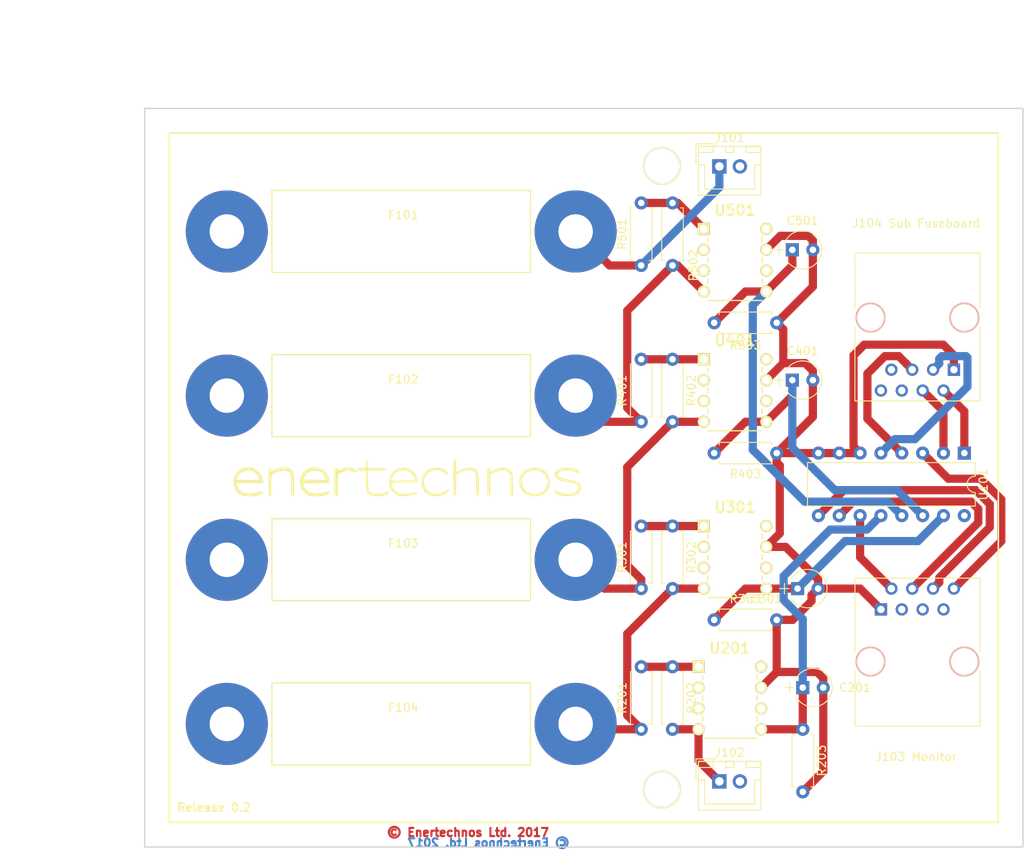
<source format=kicad_pcb>
(kicad_pcb (version 4) (host pcbnew 4.0.7)

  (general
    (links 57)
    (no_connects 0)
    (area 32.150001 72.3 157.075001 175.415)
    (thickness 1.6)
    (drawings 17)
    (tracks 160)
    (zones 0)
    (modules 32)
    (nets 23)
  )

  (page A4)
  (title_block
    (title "Fuse Board")
    (date 2018-01-04)
    (rev "Release 0.1a")
    (company "Enertechnos Ltd.")
    (comment 1 "APPROVED for Prototype")
  )

  (layers
    (0 F.Cu signal)
    (31 B.Cu signal)
    (32 B.Adhes user)
    (33 F.Adhes user)
    (34 B.Paste user)
    (35 F.Paste user)
    (36 B.SilkS user)
    (37 F.SilkS user)
    (38 B.Mask user)
    (39 F.Mask user)
    (40 Dwgs.User user)
    (41 Cmts.User user)
    (42 Eco1.User user)
    (43 Eco2.User user)
    (44 Edge.Cuts user hide)
    (45 Margin user)
    (46 B.CrtYd user)
    (47 F.CrtYd user)
    (48 B.Fab user)
    (49 F.Fab user)
  )

  (setup
    (last_trace_width 1)
    (trace_clearance 0.4)
    (zone_clearance 0.508)
    (zone_45_only no)
    (trace_min 0.2)
    (segment_width 0.2)
    (edge_width 0.15)
    (via_size 1.5)
    (via_drill 1)
    (via_min_size 0.4)
    (via_min_drill 0.3)
    (uvia_size 1)
    (uvia_drill 0.5)
    (uvias_allowed no)
    (uvia_min_size 0.2)
    (uvia_min_drill 0.1)
    (pcb_text_width 0.3)
    (pcb_text_size 1.5 1.5)
    (mod_edge_width 0.15)
    (mod_text_size 1 1)
    (mod_text_width 0.15)
    (pad_size 1.524 1.524)
    (pad_drill 0.762)
    (pad_to_mask_clearance 0.2)
    (aux_axis_origin 50 175)
    (visible_elements 7FFFEF7F)
    (pcbplotparams
      (layerselection 0x010e0_80000001)
      (usegerberextensions false)
      (excludeedgelayer true)
      (linewidth 0.100000)
      (plotframeref false)
      (viasonmask false)
      (mode 1)
      (useauxorigin true)
      (hpglpennumber 1)
      (hpglpenspeed 20)
      (hpglpendiameter 15)
      (hpglpenoverlay 2)
      (psnegative false)
      (psa4output false)
      (plotreference true)
      (plotvalue true)
      (plotinvisibletext false)
      (padsonsilk false)
      (subtractmaskfromsilk false)
      (outputformat 1)
      (mirror false)
      (drillshape 0)
      (scaleselection 1)
      (outputdirectory Plot/))
  )

  (net 0 "")
  (net 1 /VoltMeter1/+VE)
  (net 2 /VoltMeter2/+VE)
  (net 3 /VoltMeter3/+VE)
  (net 4 ARD_GND)
  (net 5 /VoltMeter4/+VE)
  (net 6 "Net-(R201-Pad2)")
  (net 7 "Net-(R301-Pad2)")
  (net 8 "Net-(R401-Pad2)")
  (net 9 "Net-(R501-Pad2)")
  (net 10 A)
  (net 11 B)
  (net 12 C)
  (net 13 COM)
  (net 14 V5)
  (net 15 V7)
  (net 16 V8)
  (net 17 V4)
  (net 18 V6)
  (net 19 V1)
  (net 20 V2)
  (net 21 V3)
  (net 22 /VoltMeter4/-VE)

  (net_class Default "This is the default net class."
    (clearance 0.4)
    (trace_width 1)
    (via_dia 1.5)
    (via_drill 1)
    (uvia_dia 1)
    (uvia_drill 0.5)
    (add_net /VoltMeter1/+VE)
    (add_net /VoltMeter2/+VE)
    (add_net /VoltMeter3/+VE)
    (add_net /VoltMeter4/+VE)
    (add_net /VoltMeter4/-VE)
    (add_net A)
    (add_net ARD_GND)
    (add_net B)
    (add_net C)
    (add_net COM)
    (add_net "Net-(R201-Pad2)")
    (add_net "Net-(R301-Pad2)")
    (add_net "Net-(R401-Pad2)")
    (add_net "Net-(R501-Pad2)")
    (add_net V1)
    (add_net V2)
    (add_net V3)
    (add_net V4)
    (add_net V5)
    (add_net V6)
    (add_net V7)
    (add_net V8)
  )

  (module PartsLibraries:MountingHole (layer F.Cu) (tedit 594AA37F) (tstamp 5A3A299B)
    (at 113 92)
    (descr "module 1 pin (ou trou mecanique de percage)")
    (tags DEV)
    (fp_text reference "" (at 0 -3.048) (layer F.SilkS)
      (effects (font (size 1 1) (thickness 0.15)))
    )
    (fp_text value Mount (at 0 3) (layer F.Fab)
      (effects (font (size 1 1) (thickness 0.15)))
    )
    (fp_circle (center 0 0) (end 2 0.8) (layer F.Fab) (width 0.1))
    (fp_circle (center 0 0) (end 2.6 0) (layer F.CrtYd) (width 0.05))
    (fp_circle (center 0 0) (end 0 -2.286) (layer F.SilkS) (width 0.12))
    (pad 1 thru_hole circle (at 0 0) (size 4.2 4.2) (drill 4.2) (layers *.Cu *.Mask)
      (clearance 1))
  )

  (module PartsLibraries:MountingHole (layer F.Cu) (tedit 594AA37F) (tstamp 5A3A31D4)
    (at 113 168)
    (descr "module 1 pin (ou trou mecanique de percage)")
    (tags DEV)
    (fp_text reference "" (at 0 -3.048) (layer F.SilkS)
      (effects (font (size 1 1) (thickness 0.15)))
    )
    (fp_text value Mount (at 0 3) (layer F.Fab)
      (effects (font (size 1 1) (thickness 0.15)))
    )
    (fp_circle (center 0 0) (end 2 0.8) (layer F.Fab) (width 0.1))
    (fp_circle (center 0 0) (end 2.6 0) (layer F.CrtYd) (width 0.05))
    (fp_circle (center 0 0) (end 0 -2.286) (layer F.SilkS) (width 0.12))
    (pad 1 thru_hole circle (at 0 0) (size 4.2 4.2) (drill 4.2) (layers *.Cu *.Mask)
      (clearance 1))
  )

  (module Resistors_THT:R_Axial_DIN0207_L6.3mm_D2.5mm_P7.62mm_Horizontal placed (layer F.Cu) (tedit 5874F706) (tstamp 5A3003D9)
    (at 110.49 160.655 90)
    (descr "Resistor, Axial_DIN0207 series, Axial, Horizontal, pin pitch=7.62mm, 0.25W = 1/4W, length*diameter=6.3*2.5mm^2, http://cdn-reichelt.de/documents/datenblatt/B400/1_4W%23YAG.pdf")
    (tags "Resistor Axial_DIN0207 series Axial Horizontal pin pitch 7.62mm 0.25W = 1/4W length 6.3mm diameter 2.5mm")
    (path /59C4F642/5A2FE363)
    (fp_text reference R201 (at 3.81 -2.31 90) (layer F.SilkS)
      (effects (font (size 1 1) (thickness 0.15)))
    )
    (fp_text value 10K (at 3.81 2.31 90) (layer F.Fab)
      (effects (font (size 1 1) (thickness 0.15)))
    )
    (fp_line (start 0.66 -1.25) (end 0.66 1.25) (layer F.Fab) (width 0.1))
    (fp_line (start 0.66 1.25) (end 6.96 1.25) (layer F.Fab) (width 0.1))
    (fp_line (start 6.96 1.25) (end 6.96 -1.25) (layer F.Fab) (width 0.1))
    (fp_line (start 6.96 -1.25) (end 0.66 -1.25) (layer F.Fab) (width 0.1))
    (fp_line (start 0 0) (end 0.66 0) (layer F.Fab) (width 0.1))
    (fp_line (start 7.62 0) (end 6.96 0) (layer F.Fab) (width 0.1))
    (fp_line (start 0.6 -0.98) (end 0.6 -1.31) (layer F.SilkS) (width 0.12))
    (fp_line (start 0.6 -1.31) (end 7.02 -1.31) (layer F.SilkS) (width 0.12))
    (fp_line (start 7.02 -1.31) (end 7.02 -0.98) (layer F.SilkS) (width 0.12))
    (fp_line (start 0.6 0.98) (end 0.6 1.31) (layer F.SilkS) (width 0.12))
    (fp_line (start 0.6 1.31) (end 7.02 1.31) (layer F.SilkS) (width 0.12))
    (fp_line (start 7.02 1.31) (end 7.02 0.98) (layer F.SilkS) (width 0.12))
    (fp_line (start -1.05 -1.6) (end -1.05 1.6) (layer F.CrtYd) (width 0.05))
    (fp_line (start -1.05 1.6) (end 8.7 1.6) (layer F.CrtYd) (width 0.05))
    (fp_line (start 8.7 1.6) (end 8.7 -1.6) (layer F.CrtYd) (width 0.05))
    (fp_line (start 8.7 -1.6) (end -1.05 -1.6) (layer F.CrtYd) (width 0.05))
    (pad 1 thru_hole circle (at 0 0 90) (size 1.6 1.6) (drill 0.8) (layers *.Cu *.Mask)
      (net 5 /VoltMeter4/+VE))
    (pad 2 thru_hole oval (at 7.62 0 90) (size 1.6 1.6) (drill 0.8) (layers *.Cu *.Mask)
      (net 6 "Net-(R201-Pad2)"))
    (model ${KISYS3DMOD}/Resistors_THT.3dshapes/R_Axial_DIN0207_L6.3mm_D2.5mm_P7.62mm_Horizontal.wrl
      (at (xyz 0 0 0))
      (scale (xyz 0.393701 0.393701 0.393701))
      (rotate (xyz 0 0 0))
    )
  )

  (module Resistors_THT:R_Axial_DIN0207_L6.3mm_D2.5mm_P7.62mm_Horizontal placed (layer F.Cu) (tedit 5874F706) (tstamp 5A3003EF)
    (at 114.3 153.035 270)
    (descr "Resistor, Axial_DIN0207 series, Axial, Horizontal, pin pitch=7.62mm, 0.25W = 1/4W, length*diameter=6.3*2.5mm^2, http://cdn-reichelt.de/documents/datenblatt/B400/1_4W%23YAG.pdf")
    (tags "Resistor Axial_DIN0207 series Axial Horizontal pin pitch 7.62mm 0.25W = 1/4W length 6.3mm diameter 2.5mm")
    (path /59C4F642/59C4F970)
    (fp_text reference R202 (at 3.81 -2.31 270) (layer F.SilkS)
      (effects (font (size 1 1) (thickness 0.15)))
    )
    (fp_text value 10M (at 3.81 2.31 270) (layer F.Fab)
      (effects (font (size 1 1) (thickness 0.15)))
    )
    (fp_line (start 0.66 -1.25) (end 0.66 1.25) (layer F.Fab) (width 0.1))
    (fp_line (start 0.66 1.25) (end 6.96 1.25) (layer F.Fab) (width 0.1))
    (fp_line (start 6.96 1.25) (end 6.96 -1.25) (layer F.Fab) (width 0.1))
    (fp_line (start 6.96 -1.25) (end 0.66 -1.25) (layer F.Fab) (width 0.1))
    (fp_line (start 0 0) (end 0.66 0) (layer F.Fab) (width 0.1))
    (fp_line (start 7.62 0) (end 6.96 0) (layer F.Fab) (width 0.1))
    (fp_line (start 0.6 -0.98) (end 0.6 -1.31) (layer F.SilkS) (width 0.12))
    (fp_line (start 0.6 -1.31) (end 7.02 -1.31) (layer F.SilkS) (width 0.12))
    (fp_line (start 7.02 -1.31) (end 7.02 -0.98) (layer F.SilkS) (width 0.12))
    (fp_line (start 0.6 0.98) (end 0.6 1.31) (layer F.SilkS) (width 0.12))
    (fp_line (start 0.6 1.31) (end 7.02 1.31) (layer F.SilkS) (width 0.12))
    (fp_line (start 7.02 1.31) (end 7.02 0.98) (layer F.SilkS) (width 0.12))
    (fp_line (start -1.05 -1.6) (end -1.05 1.6) (layer F.CrtYd) (width 0.05))
    (fp_line (start -1.05 1.6) (end 8.7 1.6) (layer F.CrtYd) (width 0.05))
    (fp_line (start 8.7 1.6) (end 8.7 -1.6) (layer F.CrtYd) (width 0.05))
    (fp_line (start 8.7 -1.6) (end -1.05 -1.6) (layer F.CrtYd) (width 0.05))
    (pad 1 thru_hole circle (at 0 0 270) (size 1.6 1.6) (drill 0.8) (layers *.Cu *.Mask)
      (net 6 "Net-(R201-Pad2)"))
    (pad 2 thru_hole oval (at 7.62 0 270) (size 1.6 1.6) (drill 0.8) (layers *.Cu *.Mask)
      (net 22 /VoltMeter4/-VE))
    (model ${KISYS3DMOD}/Resistors_THT.3dshapes/R_Axial_DIN0207_L6.3mm_D2.5mm_P7.62mm_Horizontal.wrl
      (at (xyz 0 0 0))
      (scale (xyz 0.393701 0.393701 0.393701))
      (rotate (xyz 0 0 0))
    )
  )

  (module Resistors_THT:R_Axial_DIN0207_L6.3mm_D2.5mm_P7.62mm_Horizontal placed (layer F.Cu) (tedit 5874F706) (tstamp 5A300405)
    (at 110.49 143.51 90)
    (descr "Resistor, Axial_DIN0207 series, Axial, Horizontal, pin pitch=7.62mm, 0.25W = 1/4W, length*diameter=6.3*2.5mm^2, http://cdn-reichelt.de/documents/datenblatt/B400/1_4W%23YAG.pdf")
    (tags "Resistor Axial_DIN0207 series Axial Horizontal pin pitch 7.62mm 0.25W = 1/4W length 6.3mm diameter 2.5mm")
    (path /59C51A28/5A2FE363)
    (fp_text reference R301 (at 3.81 -2.31 90) (layer F.SilkS)
      (effects (font (size 1 1) (thickness 0.15)))
    )
    (fp_text value 10K (at 3.81 2.31 90) (layer F.Fab)
      (effects (font (size 1 1) (thickness 0.15)))
    )
    (fp_line (start 0.66 -1.25) (end 0.66 1.25) (layer F.Fab) (width 0.1))
    (fp_line (start 0.66 1.25) (end 6.96 1.25) (layer F.Fab) (width 0.1))
    (fp_line (start 6.96 1.25) (end 6.96 -1.25) (layer F.Fab) (width 0.1))
    (fp_line (start 6.96 -1.25) (end 0.66 -1.25) (layer F.Fab) (width 0.1))
    (fp_line (start 0 0) (end 0.66 0) (layer F.Fab) (width 0.1))
    (fp_line (start 7.62 0) (end 6.96 0) (layer F.Fab) (width 0.1))
    (fp_line (start 0.6 -0.98) (end 0.6 -1.31) (layer F.SilkS) (width 0.12))
    (fp_line (start 0.6 -1.31) (end 7.02 -1.31) (layer F.SilkS) (width 0.12))
    (fp_line (start 7.02 -1.31) (end 7.02 -0.98) (layer F.SilkS) (width 0.12))
    (fp_line (start 0.6 0.98) (end 0.6 1.31) (layer F.SilkS) (width 0.12))
    (fp_line (start 0.6 1.31) (end 7.02 1.31) (layer F.SilkS) (width 0.12))
    (fp_line (start 7.02 1.31) (end 7.02 0.98) (layer F.SilkS) (width 0.12))
    (fp_line (start -1.05 -1.6) (end -1.05 1.6) (layer F.CrtYd) (width 0.05))
    (fp_line (start -1.05 1.6) (end 8.7 1.6) (layer F.CrtYd) (width 0.05))
    (fp_line (start 8.7 1.6) (end 8.7 -1.6) (layer F.CrtYd) (width 0.05))
    (fp_line (start 8.7 -1.6) (end -1.05 -1.6) (layer F.CrtYd) (width 0.05))
    (pad 1 thru_hole circle (at 0 0 90) (size 1.6 1.6) (drill 0.8) (layers *.Cu *.Mask)
      (net 3 /VoltMeter3/+VE))
    (pad 2 thru_hole oval (at 7.62 0 90) (size 1.6 1.6) (drill 0.8) (layers *.Cu *.Mask)
      (net 7 "Net-(R301-Pad2)"))
    (model ${KISYS3DMOD}/Resistors_THT.3dshapes/R_Axial_DIN0207_L6.3mm_D2.5mm_P7.62mm_Horizontal.wrl
      (at (xyz 0 0 0))
      (scale (xyz 0.393701 0.393701 0.393701))
      (rotate (xyz 0 0 0))
    )
  )

  (module Resistors_THT:R_Axial_DIN0207_L6.3mm_D2.5mm_P7.62mm_Horizontal placed (layer F.Cu) (tedit 5874F706) (tstamp 5A30041B)
    (at 114.3 135.89 270)
    (descr "Resistor, Axial_DIN0207 series, Axial, Horizontal, pin pitch=7.62mm, 0.25W = 1/4W, length*diameter=6.3*2.5mm^2, http://cdn-reichelt.de/documents/datenblatt/B400/1_4W%23YAG.pdf")
    (tags "Resistor Axial_DIN0207 series Axial Horizontal pin pitch 7.62mm 0.25W = 1/4W length 6.3mm diameter 2.5mm")
    (path /59C51A28/59C4F970)
    (fp_text reference R302 (at 3.81 -2.31 270) (layer F.SilkS)
      (effects (font (size 1 1) (thickness 0.15)))
    )
    (fp_text value 10M (at 3.81 2.31 270) (layer F.Fab)
      (effects (font (size 1 1) (thickness 0.15)))
    )
    (fp_line (start 0.66 -1.25) (end 0.66 1.25) (layer F.Fab) (width 0.1))
    (fp_line (start 0.66 1.25) (end 6.96 1.25) (layer F.Fab) (width 0.1))
    (fp_line (start 6.96 1.25) (end 6.96 -1.25) (layer F.Fab) (width 0.1))
    (fp_line (start 6.96 -1.25) (end 0.66 -1.25) (layer F.Fab) (width 0.1))
    (fp_line (start 0 0) (end 0.66 0) (layer F.Fab) (width 0.1))
    (fp_line (start 7.62 0) (end 6.96 0) (layer F.Fab) (width 0.1))
    (fp_line (start 0.6 -0.98) (end 0.6 -1.31) (layer F.SilkS) (width 0.12))
    (fp_line (start 0.6 -1.31) (end 7.02 -1.31) (layer F.SilkS) (width 0.12))
    (fp_line (start 7.02 -1.31) (end 7.02 -0.98) (layer F.SilkS) (width 0.12))
    (fp_line (start 0.6 0.98) (end 0.6 1.31) (layer F.SilkS) (width 0.12))
    (fp_line (start 0.6 1.31) (end 7.02 1.31) (layer F.SilkS) (width 0.12))
    (fp_line (start 7.02 1.31) (end 7.02 0.98) (layer F.SilkS) (width 0.12))
    (fp_line (start -1.05 -1.6) (end -1.05 1.6) (layer F.CrtYd) (width 0.05))
    (fp_line (start -1.05 1.6) (end 8.7 1.6) (layer F.CrtYd) (width 0.05))
    (fp_line (start 8.7 1.6) (end 8.7 -1.6) (layer F.CrtYd) (width 0.05))
    (fp_line (start 8.7 -1.6) (end -1.05 -1.6) (layer F.CrtYd) (width 0.05))
    (pad 1 thru_hole circle (at 0 0 270) (size 1.6 1.6) (drill 0.8) (layers *.Cu *.Mask)
      (net 7 "Net-(R301-Pad2)"))
    (pad 2 thru_hole oval (at 7.62 0 270) (size 1.6 1.6) (drill 0.8) (layers *.Cu *.Mask)
      (net 5 /VoltMeter4/+VE))
    (model ${KISYS3DMOD}/Resistors_THT.3dshapes/R_Axial_DIN0207_L6.3mm_D2.5mm_P7.62mm_Horizontal.wrl
      (at (xyz 0 0 0))
      (scale (xyz 0.393701 0.393701 0.393701))
      (rotate (xyz 0 0 0))
    )
  )

  (module Resistors_THT:R_Axial_DIN0207_L6.3mm_D2.5mm_P7.62mm_Horizontal placed (layer F.Cu) (tedit 5874F706) (tstamp 5A300431)
    (at 110.49 123.19 90)
    (descr "Resistor, Axial_DIN0207 series, Axial, Horizontal, pin pitch=7.62mm, 0.25W = 1/4W, length*diameter=6.3*2.5mm^2, http://cdn-reichelt.de/documents/datenblatt/B400/1_4W%23YAG.pdf")
    (tags "Resistor Axial_DIN0207 series Axial Horizontal pin pitch 7.62mm 0.25W = 1/4W length 6.3mm diameter 2.5mm")
    (path /59C51FF6/5A2FE363)
    (fp_text reference R401 (at 3.81 -2.31 90) (layer F.SilkS)
      (effects (font (size 1 1) (thickness 0.15)))
    )
    (fp_text value 10K (at 3.81 2.31 90) (layer F.Fab)
      (effects (font (size 1 1) (thickness 0.15)))
    )
    (fp_line (start 0.66 -1.25) (end 0.66 1.25) (layer F.Fab) (width 0.1))
    (fp_line (start 0.66 1.25) (end 6.96 1.25) (layer F.Fab) (width 0.1))
    (fp_line (start 6.96 1.25) (end 6.96 -1.25) (layer F.Fab) (width 0.1))
    (fp_line (start 6.96 -1.25) (end 0.66 -1.25) (layer F.Fab) (width 0.1))
    (fp_line (start 0 0) (end 0.66 0) (layer F.Fab) (width 0.1))
    (fp_line (start 7.62 0) (end 6.96 0) (layer F.Fab) (width 0.1))
    (fp_line (start 0.6 -0.98) (end 0.6 -1.31) (layer F.SilkS) (width 0.12))
    (fp_line (start 0.6 -1.31) (end 7.02 -1.31) (layer F.SilkS) (width 0.12))
    (fp_line (start 7.02 -1.31) (end 7.02 -0.98) (layer F.SilkS) (width 0.12))
    (fp_line (start 0.6 0.98) (end 0.6 1.31) (layer F.SilkS) (width 0.12))
    (fp_line (start 0.6 1.31) (end 7.02 1.31) (layer F.SilkS) (width 0.12))
    (fp_line (start 7.02 1.31) (end 7.02 0.98) (layer F.SilkS) (width 0.12))
    (fp_line (start -1.05 -1.6) (end -1.05 1.6) (layer F.CrtYd) (width 0.05))
    (fp_line (start -1.05 1.6) (end 8.7 1.6) (layer F.CrtYd) (width 0.05))
    (fp_line (start 8.7 1.6) (end 8.7 -1.6) (layer F.CrtYd) (width 0.05))
    (fp_line (start 8.7 -1.6) (end -1.05 -1.6) (layer F.CrtYd) (width 0.05))
    (pad 1 thru_hole circle (at 0 0 90) (size 1.6 1.6) (drill 0.8) (layers *.Cu *.Mask)
      (net 2 /VoltMeter2/+VE))
    (pad 2 thru_hole oval (at 7.62 0 90) (size 1.6 1.6) (drill 0.8) (layers *.Cu *.Mask)
      (net 8 "Net-(R401-Pad2)"))
    (model ${KISYS3DMOD}/Resistors_THT.3dshapes/R_Axial_DIN0207_L6.3mm_D2.5mm_P7.62mm_Horizontal.wrl
      (at (xyz 0 0 0))
      (scale (xyz 0.393701 0.393701 0.393701))
      (rotate (xyz 0 0 0))
    )
  )

  (module Resistors_THT:R_Axial_DIN0207_L6.3mm_D2.5mm_P7.62mm_Horizontal placed (layer F.Cu) (tedit 5874F706) (tstamp 5A300447)
    (at 114.3 115.57 270)
    (descr "Resistor, Axial_DIN0207 series, Axial, Horizontal, pin pitch=7.62mm, 0.25W = 1/4W, length*diameter=6.3*2.5mm^2, http://cdn-reichelt.de/documents/datenblatt/B400/1_4W%23YAG.pdf")
    (tags "Resistor Axial_DIN0207 series Axial Horizontal pin pitch 7.62mm 0.25W = 1/4W length 6.3mm diameter 2.5mm")
    (path /59C51FF6/59C4F970)
    (fp_text reference R402 (at 3.81 -2.31 270) (layer F.SilkS)
      (effects (font (size 1 1) (thickness 0.15)))
    )
    (fp_text value 10M (at 3.81 2.31 270) (layer F.Fab)
      (effects (font (size 1 1) (thickness 0.15)))
    )
    (fp_line (start 0.66 -1.25) (end 0.66 1.25) (layer F.Fab) (width 0.1))
    (fp_line (start 0.66 1.25) (end 6.96 1.25) (layer F.Fab) (width 0.1))
    (fp_line (start 6.96 1.25) (end 6.96 -1.25) (layer F.Fab) (width 0.1))
    (fp_line (start 6.96 -1.25) (end 0.66 -1.25) (layer F.Fab) (width 0.1))
    (fp_line (start 0 0) (end 0.66 0) (layer F.Fab) (width 0.1))
    (fp_line (start 7.62 0) (end 6.96 0) (layer F.Fab) (width 0.1))
    (fp_line (start 0.6 -0.98) (end 0.6 -1.31) (layer F.SilkS) (width 0.12))
    (fp_line (start 0.6 -1.31) (end 7.02 -1.31) (layer F.SilkS) (width 0.12))
    (fp_line (start 7.02 -1.31) (end 7.02 -0.98) (layer F.SilkS) (width 0.12))
    (fp_line (start 0.6 0.98) (end 0.6 1.31) (layer F.SilkS) (width 0.12))
    (fp_line (start 0.6 1.31) (end 7.02 1.31) (layer F.SilkS) (width 0.12))
    (fp_line (start 7.02 1.31) (end 7.02 0.98) (layer F.SilkS) (width 0.12))
    (fp_line (start -1.05 -1.6) (end -1.05 1.6) (layer F.CrtYd) (width 0.05))
    (fp_line (start -1.05 1.6) (end 8.7 1.6) (layer F.CrtYd) (width 0.05))
    (fp_line (start 8.7 1.6) (end 8.7 -1.6) (layer F.CrtYd) (width 0.05))
    (fp_line (start 8.7 -1.6) (end -1.05 -1.6) (layer F.CrtYd) (width 0.05))
    (pad 1 thru_hole circle (at 0 0 270) (size 1.6 1.6) (drill 0.8) (layers *.Cu *.Mask)
      (net 8 "Net-(R401-Pad2)"))
    (pad 2 thru_hole oval (at 7.62 0 270) (size 1.6 1.6) (drill 0.8) (layers *.Cu *.Mask)
      (net 3 /VoltMeter3/+VE))
    (model ${KISYS3DMOD}/Resistors_THT.3dshapes/R_Axial_DIN0207_L6.3mm_D2.5mm_P7.62mm_Horizontal.wrl
      (at (xyz 0 0 0))
      (scale (xyz 0.393701 0.393701 0.393701))
      (rotate (xyz 0 0 0))
    )
  )

  (module Resistors_THT:R_Axial_DIN0207_L6.3mm_D2.5mm_P7.62mm_Horizontal placed (layer F.Cu) (tedit 5874F706) (tstamp 5A30045D)
    (at 110.49 104.14 90)
    (descr "Resistor, Axial_DIN0207 series, Axial, Horizontal, pin pitch=7.62mm, 0.25W = 1/4W, length*diameter=6.3*2.5mm^2, http://cdn-reichelt.de/documents/datenblatt/B400/1_4W%23YAG.pdf")
    (tags "Resistor Axial_DIN0207 series Axial Horizontal pin pitch 7.62mm 0.25W = 1/4W length 6.3mm diameter 2.5mm")
    (path /59C5216A/5A2FE363)
    (fp_text reference R501 (at 3.81 -2.31 90) (layer F.SilkS)
      (effects (font (size 1 1) (thickness 0.15)))
    )
    (fp_text value 10K (at 3.81 2.31 90) (layer F.Fab)
      (effects (font (size 1 1) (thickness 0.15)))
    )
    (fp_line (start 0.66 -1.25) (end 0.66 1.25) (layer F.Fab) (width 0.1))
    (fp_line (start 0.66 1.25) (end 6.96 1.25) (layer F.Fab) (width 0.1))
    (fp_line (start 6.96 1.25) (end 6.96 -1.25) (layer F.Fab) (width 0.1))
    (fp_line (start 6.96 -1.25) (end 0.66 -1.25) (layer F.Fab) (width 0.1))
    (fp_line (start 0 0) (end 0.66 0) (layer F.Fab) (width 0.1))
    (fp_line (start 7.62 0) (end 6.96 0) (layer F.Fab) (width 0.1))
    (fp_line (start 0.6 -0.98) (end 0.6 -1.31) (layer F.SilkS) (width 0.12))
    (fp_line (start 0.6 -1.31) (end 7.02 -1.31) (layer F.SilkS) (width 0.12))
    (fp_line (start 7.02 -1.31) (end 7.02 -0.98) (layer F.SilkS) (width 0.12))
    (fp_line (start 0.6 0.98) (end 0.6 1.31) (layer F.SilkS) (width 0.12))
    (fp_line (start 0.6 1.31) (end 7.02 1.31) (layer F.SilkS) (width 0.12))
    (fp_line (start 7.02 1.31) (end 7.02 0.98) (layer F.SilkS) (width 0.12))
    (fp_line (start -1.05 -1.6) (end -1.05 1.6) (layer F.CrtYd) (width 0.05))
    (fp_line (start -1.05 1.6) (end 8.7 1.6) (layer F.CrtYd) (width 0.05))
    (fp_line (start 8.7 1.6) (end 8.7 -1.6) (layer F.CrtYd) (width 0.05))
    (fp_line (start 8.7 -1.6) (end -1.05 -1.6) (layer F.CrtYd) (width 0.05))
    (pad 1 thru_hole circle (at 0 0 90) (size 1.6 1.6) (drill 0.8) (layers *.Cu *.Mask)
      (net 1 /VoltMeter1/+VE))
    (pad 2 thru_hole oval (at 7.62 0 90) (size 1.6 1.6) (drill 0.8) (layers *.Cu *.Mask)
      (net 9 "Net-(R501-Pad2)"))
    (model ${KISYS3DMOD}/Resistors_THT.3dshapes/R_Axial_DIN0207_L6.3mm_D2.5mm_P7.62mm_Horizontal.wrl
      (at (xyz 0 0 0))
      (scale (xyz 0.393701 0.393701 0.393701))
      (rotate (xyz 0 0 0))
    )
  )

  (module Resistors_THT:R_Axial_DIN0207_L6.3mm_D2.5mm_P7.62mm_Horizontal placed (layer F.Cu) (tedit 5874F706) (tstamp 5A300473)
    (at 114.3 96.52 270)
    (descr "Resistor, Axial_DIN0207 series, Axial, Horizontal, pin pitch=7.62mm, 0.25W = 1/4W, length*diameter=6.3*2.5mm^2, http://cdn-reichelt.de/documents/datenblatt/B400/1_4W%23YAG.pdf")
    (tags "Resistor Axial_DIN0207 series Axial Horizontal pin pitch 7.62mm 0.25W = 1/4W length 6.3mm diameter 2.5mm")
    (path /59C5216A/59C4F970)
    (fp_text reference R502 (at 7.62 -2.54 270) (layer F.SilkS)
      (effects (font (size 1 1) (thickness 0.15)))
    )
    (fp_text value 10M (at 3.81 2.31 270) (layer F.Fab)
      (effects (font (size 1 1) (thickness 0.15)))
    )
    (fp_line (start 0.66 -1.25) (end 0.66 1.25) (layer F.Fab) (width 0.1))
    (fp_line (start 0.66 1.25) (end 6.96 1.25) (layer F.Fab) (width 0.1))
    (fp_line (start 6.96 1.25) (end 6.96 -1.25) (layer F.Fab) (width 0.1))
    (fp_line (start 6.96 -1.25) (end 0.66 -1.25) (layer F.Fab) (width 0.1))
    (fp_line (start 0 0) (end 0.66 0) (layer F.Fab) (width 0.1))
    (fp_line (start 7.62 0) (end 6.96 0) (layer F.Fab) (width 0.1))
    (fp_line (start 0.6 -0.98) (end 0.6 -1.31) (layer F.SilkS) (width 0.12))
    (fp_line (start 0.6 -1.31) (end 7.02 -1.31) (layer F.SilkS) (width 0.12))
    (fp_line (start 7.02 -1.31) (end 7.02 -0.98) (layer F.SilkS) (width 0.12))
    (fp_line (start 0.6 0.98) (end 0.6 1.31) (layer F.SilkS) (width 0.12))
    (fp_line (start 0.6 1.31) (end 7.02 1.31) (layer F.SilkS) (width 0.12))
    (fp_line (start 7.02 1.31) (end 7.02 0.98) (layer F.SilkS) (width 0.12))
    (fp_line (start -1.05 -1.6) (end -1.05 1.6) (layer F.CrtYd) (width 0.05))
    (fp_line (start -1.05 1.6) (end 8.7 1.6) (layer F.CrtYd) (width 0.05))
    (fp_line (start 8.7 1.6) (end 8.7 -1.6) (layer F.CrtYd) (width 0.05))
    (fp_line (start 8.7 -1.6) (end -1.05 -1.6) (layer F.CrtYd) (width 0.05))
    (pad 1 thru_hole circle (at 0 0 270) (size 1.6 1.6) (drill 0.8) (layers *.Cu *.Mask)
      (net 9 "Net-(R501-Pad2)"))
    (pad 2 thru_hole oval (at 7.62 0 270) (size 1.6 1.6) (drill 0.8) (layers *.Cu *.Mask)
      (net 2 /VoltMeter2/+VE))
    (model ${KISYS3DMOD}/Resistors_THT.3dshapes/R_Axial_DIN0207_L6.3mm_D2.5mm_P7.62mm_Horizontal.wrl
      (at (xyz 0 0 0))
      (scale (xyz 0.393701 0.393701 0.393701))
      (rotate (xyz 0 0 0))
    )
  )

  (module Capacitors_THT:CP_Radial_Tantal_D4.5mm_P2.50mm (layer F.Cu) (tedit 597C781B) (tstamp 5A4D156D)
    (at 130.175 155.575)
    (descr "CP, Radial_Tantal series, Radial, pin pitch=2.50mm, , diameter=4.5mm, Tantal Electrolytic Capacitor, http://cdn-reichelt.de/documents/datenblatt/B300/TANTAL-TB-Serie%23.pdf")
    (tags "CP Radial_Tantal series Radial pin pitch 2.50mm  diameter 4.5mm Tantal Electrolytic Capacitor")
    (path /59C4F642/5A3A7FE3)
    (fp_text reference C201 (at 6.35 0) (layer F.SilkS)
      (effects (font (size 1 1) (thickness 0.15)))
    )
    (fp_text value C (at 1.25 3.56) (layer F.Fab)
      (effects (font (size 1 1) (thickness 0.15)))
    )
    (fp_arc (start 1.25 0) (end -0.770693 -1.18) (angle 119.4) (layer F.SilkS) (width 0.12))
    (fp_arc (start 1.25 0) (end -0.770693 1.18) (angle -119.4) (layer F.SilkS) (width 0.12))
    (fp_arc (start 1.25 0) (end 3.270693 -1.18) (angle 60.6) (layer F.SilkS) (width 0.12))
    (fp_circle (center 1.25 0) (end 3.5 0) (layer F.Fab) (width 0.1))
    (fp_line (start -2.2 0) (end -1 0) (layer F.Fab) (width 0.1))
    (fp_line (start -1.6 -0.65) (end -1.6 0.65) (layer F.Fab) (width 0.1))
    (fp_line (start -2.2 0) (end -1 0) (layer F.SilkS) (width 0.12))
    (fp_line (start -1.6 -0.65) (end -1.6 0.65) (layer F.SilkS) (width 0.12))
    (fp_line (start -1.35 -2.6) (end -1.35 2.6) (layer F.CrtYd) (width 0.05))
    (fp_line (start -1.35 2.6) (end 3.85 2.6) (layer F.CrtYd) (width 0.05))
    (fp_line (start 3.85 2.6) (end 3.85 -2.6) (layer F.CrtYd) (width 0.05))
    (fp_line (start 3.85 -2.6) (end -1.35 -2.6) (layer F.CrtYd) (width 0.05))
    (fp_text user %R (at 1.25 0) (layer F.Fab)
      (effects (font (size 1 1) (thickness 0.15)))
    )
    (pad 1 thru_hole rect (at 0 0) (size 1.6 1.6) (drill 0.8) (layers *.Cu *.Mask)
      (net 17 V4))
    (pad 2 thru_hole circle (at 2.5 0) (size 1.6 1.6) (drill 0.8) (layers *.Cu *.Mask)
      (net 4 ARD_GND))
    (model ${KISYS3DMOD}/Capacitors_THT.3dshapes/CP_Radial_Tantal_D4.5mm_P2.50mm.wrl
      (at (xyz 0 0 0))
      (scale (xyz 1 1 1))
      (rotate (xyz 0 0 0))
    )
  )

  (module Capacitors_THT:CP_Radial_Tantal_D4.5mm_P2.50mm (layer F.Cu) (tedit 597C781B) (tstamp 5A4D1580)
    (at 129.54 143.51)
    (descr "CP, Radial_Tantal series, Radial, pin pitch=2.50mm, , diameter=4.5mm, Tantal Electrolytic Capacitor, http://cdn-reichelt.de/documents/datenblatt/B300/TANTAL-TB-Serie%23.pdf")
    (tags "CP Radial_Tantal series Radial pin pitch 2.50mm  diameter 4.5mm Tantal Electrolytic Capacitor")
    (path /59C51A28/5A3A7FE3)
    (fp_text reference C301 (at -3.81 1.27) (layer F.SilkS)
      (effects (font (size 1 1) (thickness 0.15)))
    )
    (fp_text value C (at 1.25 3.56) (layer F.Fab)
      (effects (font (size 1 1) (thickness 0.15)))
    )
    (fp_arc (start 1.25 0) (end -0.770693 -1.18) (angle 119.4) (layer F.SilkS) (width 0.12))
    (fp_arc (start 1.25 0) (end -0.770693 1.18) (angle -119.4) (layer F.SilkS) (width 0.12))
    (fp_arc (start 1.25 0) (end 3.270693 -1.18) (angle 60.6) (layer F.SilkS) (width 0.12))
    (fp_circle (center 1.25 0) (end 3.5 0) (layer F.Fab) (width 0.1))
    (fp_line (start -2.2 0) (end -1 0) (layer F.Fab) (width 0.1))
    (fp_line (start -1.6 -0.65) (end -1.6 0.65) (layer F.Fab) (width 0.1))
    (fp_line (start -2.2 0) (end -1 0) (layer F.SilkS) (width 0.12))
    (fp_line (start -1.6 -0.65) (end -1.6 0.65) (layer F.SilkS) (width 0.12))
    (fp_line (start -1.35 -2.6) (end -1.35 2.6) (layer F.CrtYd) (width 0.05))
    (fp_line (start -1.35 2.6) (end 3.85 2.6) (layer F.CrtYd) (width 0.05))
    (fp_line (start 3.85 2.6) (end 3.85 -2.6) (layer F.CrtYd) (width 0.05))
    (fp_line (start 3.85 -2.6) (end -1.35 -2.6) (layer F.CrtYd) (width 0.05))
    (fp_text user %R (at 1.25 0) (layer F.Fab)
      (effects (font (size 1 1) (thickness 0.15)))
    )
    (pad 1 thru_hole rect (at 0 0) (size 1.6 1.6) (drill 0.8) (layers *.Cu *.Mask)
      (net 21 V3))
    (pad 2 thru_hole circle (at 2.5 0) (size 1.6 1.6) (drill 0.8) (layers *.Cu *.Mask)
      (net 4 ARD_GND))
    (model ${KISYS3DMOD}/Capacitors_THT.3dshapes/CP_Radial_Tantal_D4.5mm_P2.50mm.wrl
      (at (xyz 0 0 0))
      (scale (xyz 1 1 1))
      (rotate (xyz 0 0 0))
    )
  )

  (module Capacitors_THT:CP_Radial_Tantal_D4.5mm_P2.50mm (layer F.Cu) (tedit 597C781B) (tstamp 5A4D1593)
    (at 128.905 118.11)
    (descr "CP, Radial_Tantal series, Radial, pin pitch=2.50mm, , diameter=4.5mm, Tantal Electrolytic Capacitor, http://cdn-reichelt.de/documents/datenblatt/B300/TANTAL-TB-Serie%23.pdf")
    (tags "CP Radial_Tantal series Radial pin pitch 2.50mm  diameter 4.5mm Tantal Electrolytic Capacitor")
    (path /59C51FF6/5A3A7FE3)
    (fp_text reference C401 (at 1.25 -3.56) (layer F.SilkS)
      (effects (font (size 1 1) (thickness 0.15)))
    )
    (fp_text value C (at 1.25 3.56) (layer F.Fab)
      (effects (font (size 1 1) (thickness 0.15)))
    )
    (fp_arc (start 1.25 0) (end -0.770693 -1.18) (angle 119.4) (layer F.SilkS) (width 0.12))
    (fp_arc (start 1.25 0) (end -0.770693 1.18) (angle -119.4) (layer F.SilkS) (width 0.12))
    (fp_arc (start 1.25 0) (end 3.270693 -1.18) (angle 60.6) (layer F.SilkS) (width 0.12))
    (fp_circle (center 1.25 0) (end 3.5 0) (layer F.Fab) (width 0.1))
    (fp_line (start -2.2 0) (end -1 0) (layer F.Fab) (width 0.1))
    (fp_line (start -1.6 -0.65) (end -1.6 0.65) (layer F.Fab) (width 0.1))
    (fp_line (start -2.2 0) (end -1 0) (layer F.SilkS) (width 0.12))
    (fp_line (start -1.6 -0.65) (end -1.6 0.65) (layer F.SilkS) (width 0.12))
    (fp_line (start -1.35 -2.6) (end -1.35 2.6) (layer F.CrtYd) (width 0.05))
    (fp_line (start -1.35 2.6) (end 3.85 2.6) (layer F.CrtYd) (width 0.05))
    (fp_line (start 3.85 2.6) (end 3.85 -2.6) (layer F.CrtYd) (width 0.05))
    (fp_line (start 3.85 -2.6) (end -1.35 -2.6) (layer F.CrtYd) (width 0.05))
    (fp_text user %R (at 1.25 0) (layer F.Fab)
      (effects (font (size 1 1) (thickness 0.15)))
    )
    (pad 1 thru_hole rect (at 0 0) (size 1.6 1.6) (drill 0.8) (layers *.Cu *.Mask)
      (net 20 V2))
    (pad 2 thru_hole circle (at 2.5 0) (size 1.6 1.6) (drill 0.8) (layers *.Cu *.Mask)
      (net 4 ARD_GND))
    (model ${KISYS3DMOD}/Capacitors_THT.3dshapes/CP_Radial_Tantal_D4.5mm_P2.50mm.wrl
      (at (xyz 0 0 0))
      (scale (xyz 1 1 1))
      (rotate (xyz 0 0 0))
    )
  )

  (module Capacitors_THT:CP_Radial_Tantal_D4.5mm_P2.50mm (layer F.Cu) (tedit 597C781B) (tstamp 5A4D15A6)
    (at 128.905 102.235)
    (descr "CP, Radial_Tantal series, Radial, pin pitch=2.50mm, , diameter=4.5mm, Tantal Electrolytic Capacitor, http://cdn-reichelt.de/documents/datenblatt/B300/TANTAL-TB-Serie%23.pdf")
    (tags "CP Radial_Tantal series Radial pin pitch 2.50mm  diameter 4.5mm Tantal Electrolytic Capacitor")
    (path /59C5216A/5A3A7FE3)
    (fp_text reference C501 (at 1.25 -3.56) (layer F.SilkS)
      (effects (font (size 1 1) (thickness 0.15)))
    )
    (fp_text value C (at 1.25 3.56) (layer F.Fab)
      (effects (font (size 1 1) (thickness 0.15)))
    )
    (fp_arc (start 1.25 0) (end -0.770693 -1.18) (angle 119.4) (layer F.SilkS) (width 0.12))
    (fp_arc (start 1.25 0) (end -0.770693 1.18) (angle -119.4) (layer F.SilkS) (width 0.12))
    (fp_arc (start 1.25 0) (end 3.270693 -1.18) (angle 60.6) (layer F.SilkS) (width 0.12))
    (fp_circle (center 1.25 0) (end 3.5 0) (layer F.Fab) (width 0.1))
    (fp_line (start -2.2 0) (end -1 0) (layer F.Fab) (width 0.1))
    (fp_line (start -1.6 -0.65) (end -1.6 0.65) (layer F.Fab) (width 0.1))
    (fp_line (start -2.2 0) (end -1 0) (layer F.SilkS) (width 0.12))
    (fp_line (start -1.6 -0.65) (end -1.6 0.65) (layer F.SilkS) (width 0.12))
    (fp_line (start -1.35 -2.6) (end -1.35 2.6) (layer F.CrtYd) (width 0.05))
    (fp_line (start -1.35 2.6) (end 3.85 2.6) (layer F.CrtYd) (width 0.05))
    (fp_line (start 3.85 2.6) (end 3.85 -2.6) (layer F.CrtYd) (width 0.05))
    (fp_line (start 3.85 -2.6) (end -1.35 -2.6) (layer F.CrtYd) (width 0.05))
    (fp_text user %R (at 1.25 0) (layer F.Fab)
      (effects (font (size 1 1) (thickness 0.15)))
    )
    (pad 1 thru_hole rect (at 0 0) (size 1.6 1.6) (drill 0.8) (layers *.Cu *.Mask)
      (net 19 V1))
    (pad 2 thru_hole circle (at 2.5 0) (size 1.6 1.6) (drill 0.8) (layers *.Cu *.Mask)
      (net 4 ARD_GND))
    (model ${KISYS3DMOD}/Capacitors_THT.3dshapes/CP_Radial_Tantal_D4.5mm_P2.50mm.wrl
      (at (xyz 0 0 0))
      (scale (xyz 1 1 1))
      (rotate (xyz 0 0 0))
    )
  )

  (module Connectors_JST:JST_XH_B02B-XH-A_02x2.50mm_Straight (layer F.Cu) (tedit 58EAE7F0) (tstamp 5A4D161B)
    (at 120.015 92.075)
    (descr "JST XH series connector, B02B-XH-A, top entry type, through hole")
    (tags "connector jst xh tht top vertical 2.50mm")
    (path /5A4D601D)
    (fp_text reference J101 (at 1.25 -3.5) (layer F.SilkS)
      (effects (font (size 1 1) (thickness 0.15)))
    )
    (fp_text value FB_IN (at 1.25 4.5) (layer F.Fab)
      (effects (font (size 1 1) (thickness 0.15)))
    )
    (fp_line (start -2.45 -2.35) (end -2.45 3.4) (layer F.Fab) (width 0.1))
    (fp_line (start -2.45 3.4) (end 4.95 3.4) (layer F.Fab) (width 0.1))
    (fp_line (start 4.95 3.4) (end 4.95 -2.35) (layer F.Fab) (width 0.1))
    (fp_line (start 4.95 -2.35) (end -2.45 -2.35) (layer F.Fab) (width 0.1))
    (fp_line (start -2.95 -2.85) (end -2.95 3.9) (layer F.CrtYd) (width 0.05))
    (fp_line (start -2.95 3.9) (end 5.45 3.9) (layer F.CrtYd) (width 0.05))
    (fp_line (start 5.45 3.9) (end 5.45 -2.85) (layer F.CrtYd) (width 0.05))
    (fp_line (start 5.45 -2.85) (end -2.95 -2.85) (layer F.CrtYd) (width 0.05))
    (fp_line (start -2.55 -2.45) (end -2.55 3.5) (layer F.SilkS) (width 0.12))
    (fp_line (start -2.55 3.5) (end 5.05 3.5) (layer F.SilkS) (width 0.12))
    (fp_line (start 5.05 3.5) (end 5.05 -2.45) (layer F.SilkS) (width 0.12))
    (fp_line (start 5.05 -2.45) (end -2.55 -2.45) (layer F.SilkS) (width 0.12))
    (fp_line (start 0.75 -2.45) (end 0.75 -1.7) (layer F.SilkS) (width 0.12))
    (fp_line (start 0.75 -1.7) (end 1.75 -1.7) (layer F.SilkS) (width 0.12))
    (fp_line (start 1.75 -1.7) (end 1.75 -2.45) (layer F.SilkS) (width 0.12))
    (fp_line (start 1.75 -2.45) (end 0.75 -2.45) (layer F.SilkS) (width 0.12))
    (fp_line (start -2.55 -2.45) (end -2.55 -1.7) (layer F.SilkS) (width 0.12))
    (fp_line (start -2.55 -1.7) (end -0.75 -1.7) (layer F.SilkS) (width 0.12))
    (fp_line (start -0.75 -1.7) (end -0.75 -2.45) (layer F.SilkS) (width 0.12))
    (fp_line (start -0.75 -2.45) (end -2.55 -2.45) (layer F.SilkS) (width 0.12))
    (fp_line (start 3.25 -2.45) (end 3.25 -1.7) (layer F.SilkS) (width 0.12))
    (fp_line (start 3.25 -1.7) (end 5.05 -1.7) (layer F.SilkS) (width 0.12))
    (fp_line (start 5.05 -1.7) (end 5.05 -2.45) (layer F.SilkS) (width 0.12))
    (fp_line (start 5.05 -2.45) (end 3.25 -2.45) (layer F.SilkS) (width 0.12))
    (fp_line (start -2.55 -0.2) (end -1.8 -0.2) (layer F.SilkS) (width 0.12))
    (fp_line (start -1.8 -0.2) (end -1.8 2.75) (layer F.SilkS) (width 0.12))
    (fp_line (start -1.8 2.75) (end 1.25 2.75) (layer F.SilkS) (width 0.12))
    (fp_line (start 5.05 -0.2) (end 4.3 -0.2) (layer F.SilkS) (width 0.12))
    (fp_line (start 4.3 -0.2) (end 4.3 2.75) (layer F.SilkS) (width 0.12))
    (fp_line (start 4.3 2.75) (end 1.25 2.75) (layer F.SilkS) (width 0.12))
    (fp_line (start -0.35 -2.75) (end -2.85 -2.75) (layer F.SilkS) (width 0.12))
    (fp_line (start -2.85 -2.75) (end -2.85 -0.25) (layer F.SilkS) (width 0.12))
    (fp_line (start -0.35 -2.75) (end -2.85 -2.75) (layer F.Fab) (width 0.1))
    (fp_line (start -2.85 -2.75) (end -2.85 -0.25) (layer F.Fab) (width 0.1))
    (fp_text user %R (at 1.25 2.5) (layer F.Fab)
      (effects (font (size 1 1) (thickness 0.15)))
    )
    (pad 1 thru_hole rect (at 0 0) (size 1.75 1.75) (drill 1.05) (layers *.Cu *.Mask)
      (net 1 /VoltMeter1/+VE))
    (pad 2 thru_hole circle (at 2.5 0) (size 1.75 1.75) (drill 1.05) (layers *.Cu *.Mask))
    (model Connectors_JST.3dshapes/JST_XH_B02B-XH-A_02x2.50mm_Straight.wrl
      (at (xyz 0 0 0))
      (scale (xyz 1 1 1))
      (rotate (xyz 0 0 0))
    )
  )

  (module Resistors_THT:R_Axial_DIN0207_L6.3mm_D2.5mm_P7.62mm_Horizontal (layer F.Cu) (tedit 5874F706) (tstamp 5A4D1631)
    (at 130.175 160.655 270)
    (descr "Resistor, Axial_DIN0207 series, Axial, Horizontal, pin pitch=7.62mm, 0.25W = 1/4W, length*diameter=6.3*2.5mm^2, http://cdn-reichelt.de/documents/datenblatt/B400/1_4W%23YAG.pdf")
    (tags "Resistor Axial_DIN0207 series Axial Horizontal pin pitch 7.62mm 0.25W = 1/4W length 6.3mm diameter 2.5mm")
    (path /59C4F642/5A3A8016)
    (fp_text reference R203 (at 3.81 -2.31 270) (layer F.SilkS)
      (effects (font (size 1 1) (thickness 0.15)))
    )
    (fp_text value R (at 3.81 2.31 270) (layer F.Fab)
      (effects (font (size 1 1) (thickness 0.15)))
    )
    (fp_line (start 0.66 -1.25) (end 0.66 1.25) (layer F.Fab) (width 0.1))
    (fp_line (start 0.66 1.25) (end 6.96 1.25) (layer F.Fab) (width 0.1))
    (fp_line (start 6.96 1.25) (end 6.96 -1.25) (layer F.Fab) (width 0.1))
    (fp_line (start 6.96 -1.25) (end 0.66 -1.25) (layer F.Fab) (width 0.1))
    (fp_line (start 0 0) (end 0.66 0) (layer F.Fab) (width 0.1))
    (fp_line (start 7.62 0) (end 6.96 0) (layer F.Fab) (width 0.1))
    (fp_line (start 0.6 -0.98) (end 0.6 -1.31) (layer F.SilkS) (width 0.12))
    (fp_line (start 0.6 -1.31) (end 7.02 -1.31) (layer F.SilkS) (width 0.12))
    (fp_line (start 7.02 -1.31) (end 7.02 -0.98) (layer F.SilkS) (width 0.12))
    (fp_line (start 0.6 0.98) (end 0.6 1.31) (layer F.SilkS) (width 0.12))
    (fp_line (start 0.6 1.31) (end 7.02 1.31) (layer F.SilkS) (width 0.12))
    (fp_line (start 7.02 1.31) (end 7.02 0.98) (layer F.SilkS) (width 0.12))
    (fp_line (start -1.05 -1.6) (end -1.05 1.6) (layer F.CrtYd) (width 0.05))
    (fp_line (start -1.05 1.6) (end 8.7 1.6) (layer F.CrtYd) (width 0.05))
    (fp_line (start 8.7 1.6) (end 8.7 -1.6) (layer F.CrtYd) (width 0.05))
    (fp_line (start 8.7 -1.6) (end -1.05 -1.6) (layer F.CrtYd) (width 0.05))
    (pad 1 thru_hole circle (at 0 0 270) (size 1.6 1.6) (drill 0.8) (layers *.Cu *.Mask)
      (net 17 V4))
    (pad 2 thru_hole oval (at 7.62 0 270) (size 1.6 1.6) (drill 0.8) (layers *.Cu *.Mask)
      (net 4 ARD_GND))
    (model ${KISYS3DMOD}/Resistors_THT.3dshapes/R_Axial_DIN0207_L6.3mm_D2.5mm_P7.62mm_Horizontal.wrl
      (at (xyz 0 0 0))
      (scale (xyz 0.393701 0.393701 0.393701))
      (rotate (xyz 0 0 0))
    )
  )

  (module Resistors_THT:R_Axial_DIN0207_L6.3mm_D2.5mm_P7.62mm_Horizontal (layer F.Cu) (tedit 5874F706) (tstamp 5A4D1647)
    (at 119.38 147.32)
    (descr "Resistor, Axial_DIN0207 series, Axial, Horizontal, pin pitch=7.62mm, 0.25W = 1/4W, length*diameter=6.3*2.5mm^2, http://cdn-reichelt.de/documents/datenblatt/B400/1_4W%23YAG.pdf")
    (tags "Resistor Axial_DIN0207 series Axial Horizontal pin pitch 7.62mm 0.25W = 1/4W length 6.3mm diameter 2.5mm")
    (path /59C51A28/5A3A8016)
    (fp_text reference R303 (at 3.81 -2.54) (layer F.SilkS)
      (effects (font (size 1 1) (thickness 0.15)))
    )
    (fp_text value R (at 3.81 2.31) (layer F.Fab)
      (effects (font (size 1 1) (thickness 0.15)))
    )
    (fp_line (start 0.66 -1.25) (end 0.66 1.25) (layer F.Fab) (width 0.1))
    (fp_line (start 0.66 1.25) (end 6.96 1.25) (layer F.Fab) (width 0.1))
    (fp_line (start 6.96 1.25) (end 6.96 -1.25) (layer F.Fab) (width 0.1))
    (fp_line (start 6.96 -1.25) (end 0.66 -1.25) (layer F.Fab) (width 0.1))
    (fp_line (start 0 0) (end 0.66 0) (layer F.Fab) (width 0.1))
    (fp_line (start 7.62 0) (end 6.96 0) (layer F.Fab) (width 0.1))
    (fp_line (start 0.6 -0.98) (end 0.6 -1.31) (layer F.SilkS) (width 0.12))
    (fp_line (start 0.6 -1.31) (end 7.02 -1.31) (layer F.SilkS) (width 0.12))
    (fp_line (start 7.02 -1.31) (end 7.02 -0.98) (layer F.SilkS) (width 0.12))
    (fp_line (start 0.6 0.98) (end 0.6 1.31) (layer F.SilkS) (width 0.12))
    (fp_line (start 0.6 1.31) (end 7.02 1.31) (layer F.SilkS) (width 0.12))
    (fp_line (start 7.02 1.31) (end 7.02 0.98) (layer F.SilkS) (width 0.12))
    (fp_line (start -1.05 -1.6) (end -1.05 1.6) (layer F.CrtYd) (width 0.05))
    (fp_line (start -1.05 1.6) (end 8.7 1.6) (layer F.CrtYd) (width 0.05))
    (fp_line (start 8.7 1.6) (end 8.7 -1.6) (layer F.CrtYd) (width 0.05))
    (fp_line (start 8.7 -1.6) (end -1.05 -1.6) (layer F.CrtYd) (width 0.05))
    (pad 1 thru_hole circle (at 0 0) (size 1.6 1.6) (drill 0.8) (layers *.Cu *.Mask)
      (net 21 V3))
    (pad 2 thru_hole oval (at 7.62 0) (size 1.6 1.6) (drill 0.8) (layers *.Cu *.Mask)
      (net 4 ARD_GND))
    (model ${KISYS3DMOD}/Resistors_THT.3dshapes/R_Axial_DIN0207_L6.3mm_D2.5mm_P7.62mm_Horizontal.wrl
      (at (xyz 0 0 0))
      (scale (xyz 0.393701 0.393701 0.393701))
      (rotate (xyz 0 0 0))
    )
  )

  (module Resistors_THT:R_Axial_DIN0207_L6.3mm_D2.5mm_P7.62mm_Horizontal (layer F.Cu) (tedit 5874F706) (tstamp 5A4D165D)
    (at 119.38 127)
    (descr "Resistor, Axial_DIN0207 series, Axial, Horizontal, pin pitch=7.62mm, 0.25W = 1/4W, length*diameter=6.3*2.5mm^2, http://cdn-reichelt.de/documents/datenblatt/B400/1_4W%23YAG.pdf")
    (tags "Resistor Axial_DIN0207 series Axial Horizontal pin pitch 7.62mm 0.25W = 1/4W length 6.3mm diameter 2.5mm")
    (path /59C51FF6/5A3A8016)
    (fp_text reference R403 (at 3.81 2.54) (layer F.SilkS)
      (effects (font (size 1 1) (thickness 0.15)))
    )
    (fp_text value R (at 3.81 2.31) (layer F.Fab)
      (effects (font (size 1 1) (thickness 0.15)))
    )
    (fp_line (start 0.66 -1.25) (end 0.66 1.25) (layer F.Fab) (width 0.1))
    (fp_line (start 0.66 1.25) (end 6.96 1.25) (layer F.Fab) (width 0.1))
    (fp_line (start 6.96 1.25) (end 6.96 -1.25) (layer F.Fab) (width 0.1))
    (fp_line (start 6.96 -1.25) (end 0.66 -1.25) (layer F.Fab) (width 0.1))
    (fp_line (start 0 0) (end 0.66 0) (layer F.Fab) (width 0.1))
    (fp_line (start 7.62 0) (end 6.96 0) (layer F.Fab) (width 0.1))
    (fp_line (start 0.6 -0.98) (end 0.6 -1.31) (layer F.SilkS) (width 0.12))
    (fp_line (start 0.6 -1.31) (end 7.02 -1.31) (layer F.SilkS) (width 0.12))
    (fp_line (start 7.02 -1.31) (end 7.02 -0.98) (layer F.SilkS) (width 0.12))
    (fp_line (start 0.6 0.98) (end 0.6 1.31) (layer F.SilkS) (width 0.12))
    (fp_line (start 0.6 1.31) (end 7.02 1.31) (layer F.SilkS) (width 0.12))
    (fp_line (start 7.02 1.31) (end 7.02 0.98) (layer F.SilkS) (width 0.12))
    (fp_line (start -1.05 -1.6) (end -1.05 1.6) (layer F.CrtYd) (width 0.05))
    (fp_line (start -1.05 1.6) (end 8.7 1.6) (layer F.CrtYd) (width 0.05))
    (fp_line (start 8.7 1.6) (end 8.7 -1.6) (layer F.CrtYd) (width 0.05))
    (fp_line (start 8.7 -1.6) (end -1.05 -1.6) (layer F.CrtYd) (width 0.05))
    (pad 1 thru_hole circle (at 0 0) (size 1.6 1.6) (drill 0.8) (layers *.Cu *.Mask)
      (net 20 V2))
    (pad 2 thru_hole oval (at 7.62 0) (size 1.6 1.6) (drill 0.8) (layers *.Cu *.Mask)
      (net 4 ARD_GND))
    (model ${KISYS3DMOD}/Resistors_THT.3dshapes/R_Axial_DIN0207_L6.3mm_D2.5mm_P7.62mm_Horizontal.wrl
      (at (xyz 0 0 0))
      (scale (xyz 0.393701 0.393701 0.393701))
      (rotate (xyz 0 0 0))
    )
  )

  (module Resistors_THT:R_Axial_DIN0207_L6.3mm_D2.5mm_P7.62mm_Horizontal (layer F.Cu) (tedit 5874F706) (tstamp 5A4D1673)
    (at 119.38 111.125)
    (descr "Resistor, Axial_DIN0207 series, Axial, Horizontal, pin pitch=7.62mm, 0.25W = 1/4W, length*diameter=6.3*2.5mm^2, http://cdn-reichelt.de/documents/datenblatt/B400/1_4W%23YAG.pdf")
    (tags "Resistor Axial_DIN0207 series Axial Horizontal pin pitch 7.62mm 0.25W = 1/4W length 6.3mm diameter 2.5mm")
    (path /59C5216A/5A3A8016)
    (fp_text reference R503 (at 3.81 2.735) (layer F.SilkS)
      (effects (font (size 1 1) (thickness 0.15)))
    )
    (fp_text value R (at 3.81 2.31) (layer F.Fab)
      (effects (font (size 1 1) (thickness 0.15)))
    )
    (fp_line (start 0.66 -1.25) (end 0.66 1.25) (layer F.Fab) (width 0.1))
    (fp_line (start 0.66 1.25) (end 6.96 1.25) (layer F.Fab) (width 0.1))
    (fp_line (start 6.96 1.25) (end 6.96 -1.25) (layer F.Fab) (width 0.1))
    (fp_line (start 6.96 -1.25) (end 0.66 -1.25) (layer F.Fab) (width 0.1))
    (fp_line (start 0 0) (end 0.66 0) (layer F.Fab) (width 0.1))
    (fp_line (start 7.62 0) (end 6.96 0) (layer F.Fab) (width 0.1))
    (fp_line (start 0.6 -0.98) (end 0.6 -1.31) (layer F.SilkS) (width 0.12))
    (fp_line (start 0.6 -1.31) (end 7.02 -1.31) (layer F.SilkS) (width 0.12))
    (fp_line (start 7.02 -1.31) (end 7.02 -0.98) (layer F.SilkS) (width 0.12))
    (fp_line (start 0.6 0.98) (end 0.6 1.31) (layer F.SilkS) (width 0.12))
    (fp_line (start 0.6 1.31) (end 7.02 1.31) (layer F.SilkS) (width 0.12))
    (fp_line (start 7.02 1.31) (end 7.02 0.98) (layer F.SilkS) (width 0.12))
    (fp_line (start -1.05 -1.6) (end -1.05 1.6) (layer F.CrtYd) (width 0.05))
    (fp_line (start -1.05 1.6) (end 8.7 1.6) (layer F.CrtYd) (width 0.05))
    (fp_line (start 8.7 1.6) (end 8.7 -1.6) (layer F.CrtYd) (width 0.05))
    (fp_line (start 8.7 -1.6) (end -1.05 -1.6) (layer F.CrtYd) (width 0.05))
    (pad 1 thru_hole circle (at 0 0) (size 1.6 1.6) (drill 0.8) (layers *.Cu *.Mask)
      (net 19 V1))
    (pad 2 thru_hole oval (at 7.62 0) (size 1.6 1.6) (drill 0.8) (layers *.Cu *.Mask)
      (net 4 ARD_GND))
    (model ${KISYS3DMOD}/Resistors_THT.3dshapes/R_Axial_DIN0207_L6.3mm_D2.5mm_P7.62mm_Horizontal.wrl
      (at (xyz 0 0 0))
      (scale (xyz 0.393701 0.393701 0.393701))
      (rotate (xyz 0 0 0))
    )
  )

  (module PartsLibraries:Fuse_NITD32 locked (layer F.Cu) (tedit 5A4E3DDB) (tstamp 5A4E43D3)
    (at 102.5 100 180)
    (path /5A311AB6)
    (fp_text reference F101 (at 21 2 180) (layer F.SilkS)
      (effects (font (size 1 1) (thickness 0.15)))
    )
    (fp_text value Fuse (at 21 -2 180) (layer F.Fab)
      (effects (font (size 1 1) (thickness 0.15)))
    )
    (fp_line (start 37 -5) (end 5.5 -5) (layer F.SilkS) (width 0.15))
    (fp_line (start 37 5) (end 37 -5) (layer F.SilkS) (width 0.15))
    (fp_line (start 5.5 5) (end 37 5) (layer F.SilkS) (width 0.15))
    (fp_line (start 5.5 -5) (end 5.5 5) (layer F.SilkS) (width 0.15))
    (pad 1 thru_hole circle (at 0 0 180) (size 10 10) (drill 4.2) (layers *.Cu *.Mask)
      (net 1 /VoltMeter1/+VE))
    (pad 2 thru_hole circle (at 42.5 0 180) (size 10 10) (drill 4.2) (layers *.Cu *.Mask))
  )

  (module PartsLibraries:Fuse_NITD32 (layer F.Cu) (tedit 5A4E3DDB) (tstamp 5A4E43DC)
    (at 102.5 120 180)
    (path /5A314BDF)
    (fp_text reference F102 (at 21 2 180) (layer F.SilkS)
      (effects (font (size 1 1) (thickness 0.15)))
    )
    (fp_text value Fuse (at 21 -2 180) (layer F.Fab)
      (effects (font (size 1 1) (thickness 0.15)))
    )
    (fp_line (start 37 -5) (end 5.5 -5) (layer F.SilkS) (width 0.15))
    (fp_line (start 37 5) (end 37 -5) (layer F.SilkS) (width 0.15))
    (fp_line (start 5.5 5) (end 37 5) (layer F.SilkS) (width 0.15))
    (fp_line (start 5.5 -5) (end 5.5 5) (layer F.SilkS) (width 0.15))
    (pad 1 thru_hole circle (at 0 0 180) (size 10 10) (drill 4.2) (layers *.Cu *.Mask)
      (net 2 /VoltMeter2/+VE))
    (pad 2 thru_hole circle (at 42.5 0 180) (size 10 10) (drill 4.2) (layers *.Cu *.Mask))
  )

  (module PartsLibraries:Fuse_NITD32 (layer F.Cu) (tedit 5A4E3DDB) (tstamp 5A4E43E5)
    (at 102.5 140 180)
    (path /5A31508D)
    (fp_text reference F103 (at 21 2 180) (layer F.SilkS)
      (effects (font (size 1 1) (thickness 0.15)))
    )
    (fp_text value Fuse (at 21 -2 180) (layer F.Fab)
      (effects (font (size 1 1) (thickness 0.15)))
    )
    (fp_line (start 37 -5) (end 5.5 -5) (layer F.SilkS) (width 0.15))
    (fp_line (start 37 5) (end 37 -5) (layer F.SilkS) (width 0.15))
    (fp_line (start 5.5 5) (end 37 5) (layer F.SilkS) (width 0.15))
    (fp_line (start 5.5 -5) (end 5.5 5) (layer F.SilkS) (width 0.15))
    (pad 1 thru_hole circle (at 0 0 180) (size 10 10) (drill 4.2) (layers *.Cu *.Mask)
      (net 3 /VoltMeter3/+VE))
    (pad 2 thru_hole circle (at 42.5 0 180) (size 10 10) (drill 4.2) (layers *.Cu *.Mask))
  )

  (module PartsLibraries:Fuse_NITD32 locked (layer F.Cu) (tedit 5A4E3DDB) (tstamp 5A4E43EE)
    (at 102.5 160 180)
    (path /5A316DCF)
    (fp_text reference F104 (at 21 2 180) (layer F.SilkS)
      (effects (font (size 1 1) (thickness 0.15)))
    )
    (fp_text value Fuse (at 21 -2 180) (layer F.Fab)
      (effects (font (size 1 1) (thickness 0.15)))
    )
    (fp_line (start 37 -5) (end 5.5 -5) (layer F.SilkS) (width 0.15))
    (fp_line (start 37 5) (end 37 -5) (layer F.SilkS) (width 0.15))
    (fp_line (start 5.5 5) (end 37 5) (layer F.SilkS) (width 0.15))
    (fp_line (start 5.5 -5) (end 5.5 5) (layer F.SilkS) (width 0.15))
    (pad 1 thru_hole circle (at 0 0 180) (size 10 10) (drill 4.2) (layers *.Cu *.Mask)
      (net 5 /VoltMeter4/+VE))
    (pad 2 thru_hole circle (at 42.5 0 180) (size 10 10) (drill 4.2) (layers *.Cu *.Mask))
  )

  (module Housings_DIP:DIP-16_W7.62mm (layer F.Cu) (tedit 59C78D6B) (tstamp 5A4E441B)
    (at 149.86 127 270)
    (descr "16-lead though-hole mounted DIP package, row spacing 7.62 mm (300 mils)")
    (tags "THT DIP DIL PDIP 2.54mm 7.62mm 300mil")
    (path /5A31B088)
    (fp_text reference U101 (at 3.81 -2.33 270) (layer F.SilkS)
      (effects (font (size 1 1) (thickness 0.15)))
    )
    (fp_text value TC4051BP (at 3.81 20.11 270) (layer F.Fab)
      (effects (font (size 1 1) (thickness 0.15)))
    )
    (fp_arc (start 3.81 -1.33) (end 2.81 -1.33) (angle -180) (layer F.SilkS) (width 0.12))
    (fp_line (start 1.635 -1.27) (end 6.985 -1.27) (layer F.Fab) (width 0.1))
    (fp_line (start 6.985 -1.27) (end 6.985 19.05) (layer F.Fab) (width 0.1))
    (fp_line (start 6.985 19.05) (end 0.635 19.05) (layer F.Fab) (width 0.1))
    (fp_line (start 0.635 19.05) (end 0.635 -0.27) (layer F.Fab) (width 0.1))
    (fp_line (start 0.635 -0.27) (end 1.635 -1.27) (layer F.Fab) (width 0.1))
    (fp_line (start 2.81 -1.33) (end 1.16 -1.33) (layer F.SilkS) (width 0.12))
    (fp_line (start 1.16 -1.33) (end 1.16 19.11) (layer F.SilkS) (width 0.12))
    (fp_line (start 1.16 19.11) (end 6.46 19.11) (layer F.SilkS) (width 0.12))
    (fp_line (start 6.46 19.11) (end 6.46 -1.33) (layer F.SilkS) (width 0.12))
    (fp_line (start 6.46 -1.33) (end 4.81 -1.33) (layer F.SilkS) (width 0.12))
    (fp_line (start -1.1 -1.55) (end -1.1 19.3) (layer F.CrtYd) (width 0.05))
    (fp_line (start -1.1 19.3) (end 8.7 19.3) (layer F.CrtYd) (width 0.05))
    (fp_line (start 8.7 19.3) (end 8.7 -1.55) (layer F.CrtYd) (width 0.05))
    (fp_line (start 8.7 -1.55) (end -1.1 -1.55) (layer F.CrtYd) (width 0.05))
    (fp_text user %R (at 3.81 8.89 270) (layer F.Fab)
      (effects (font (size 1 1) (thickness 0.15)))
    )
    (pad 1 thru_hole rect (at 0 0 270) (size 1.6 1.6) (drill 0.8) (layers *.Cu *.Mask)
      (net 14 V5))
    (pad 9 thru_hole oval (at 7.62 17.78 270) (size 1.6 1.6) (drill 0.8) (layers *.Cu *.Mask)
      (net 12 C))
    (pad 2 thru_hole oval (at 0 2.54 270) (size 1.6 1.6) (drill 0.8) (layers *.Cu *.Mask)
      (net 15 V7))
    (pad 10 thru_hole oval (at 7.62 15.24 270) (size 1.6 1.6) (drill 0.8) (layers *.Cu *.Mask)
      (net 11 B))
    (pad 3 thru_hole oval (at 0 5.08 270) (size 1.6 1.6) (drill 0.8) (layers *.Cu *.Mask)
      (net 13 COM))
    (pad 11 thru_hole oval (at 7.62 12.7 270) (size 1.6 1.6) (drill 0.8) (layers *.Cu *.Mask)
      (net 10 A))
    (pad 4 thru_hole oval (at 0 7.62 270) (size 1.6 1.6) (drill 0.8) (layers *.Cu *.Mask)
      (net 16 V8))
    (pad 12 thru_hole oval (at 7.62 10.16 270) (size 1.6 1.6) (drill 0.8) (layers *.Cu *.Mask)
      (net 17 V4))
    (pad 5 thru_hole oval (at 0 10.16 270) (size 1.6 1.6) (drill 0.8) (layers *.Cu *.Mask)
      (net 18 V6))
    (pad 13 thru_hole oval (at 7.62 7.62 270) (size 1.6 1.6) (drill 0.8) (layers *.Cu *.Mask)
      (net 19 V1))
    (pad 6 thru_hole oval (at 0 12.7 270) (size 1.6 1.6) (drill 0.8) (layers *.Cu *.Mask)
      (net 4 ARD_GND))
    (pad 14 thru_hole oval (at 7.62 5.08 270) (size 1.6 1.6) (drill 0.8) (layers *.Cu *.Mask)
      (net 20 V2))
    (pad 7 thru_hole oval (at 0 15.24 270) (size 1.6 1.6) (drill 0.8) (layers *.Cu *.Mask)
      (net 4 ARD_GND))
    (pad 15 thru_hole oval (at 7.62 2.54 270) (size 1.6 1.6) (drill 0.8) (layers *.Cu *.Mask)
      (net 21 V3))
    (pad 8 thru_hole oval (at 0 17.78 270) (size 1.6 1.6) (drill 0.8) (layers *.Cu *.Mask)
      (net 4 ARD_GND))
    (pad 16 thru_hole oval (at 7.62 0 270) (size 1.6 1.6) (drill 0.8) (layers *.Cu *.Mask))
    (model ${KISYS3DMOD}/Housings_DIP.3dshapes/DIP-16_W7.62mm.wrl
      (at (xyz 0 0 0))
      (scale (xyz 1 1 1))
      (rotate (xyz 0 0 0))
    )
  )

  (module Connectors_JST:JST_XH_B02B-XH-A_02x2.50mm_Straight (layer F.Cu) (tedit 58EAE7F0) (tstamp 5A7DC955)
    (at 120.015 167.005)
    (descr "JST XH series connector, B02B-XH-A, top entry type, through hole")
    (tags "connector jst xh tht top vertical 2.50mm")
    (path /5A3187AF)
    (fp_text reference J102 (at 1.25 -3.5) (layer F.SilkS)
      (effects (font (size 1 1) (thickness 0.15)))
    )
    (fp_text value FB_OUT (at 1.25 4.5) (layer F.Fab)
      (effects (font (size 1 1) (thickness 0.15)))
    )
    (fp_line (start -2.45 -2.35) (end -2.45 3.4) (layer F.Fab) (width 0.1))
    (fp_line (start -2.45 3.4) (end 4.95 3.4) (layer F.Fab) (width 0.1))
    (fp_line (start 4.95 3.4) (end 4.95 -2.35) (layer F.Fab) (width 0.1))
    (fp_line (start 4.95 -2.35) (end -2.45 -2.35) (layer F.Fab) (width 0.1))
    (fp_line (start -2.95 -2.85) (end -2.95 3.9) (layer F.CrtYd) (width 0.05))
    (fp_line (start -2.95 3.9) (end 5.45 3.9) (layer F.CrtYd) (width 0.05))
    (fp_line (start 5.45 3.9) (end 5.45 -2.85) (layer F.CrtYd) (width 0.05))
    (fp_line (start 5.45 -2.85) (end -2.95 -2.85) (layer F.CrtYd) (width 0.05))
    (fp_line (start -2.55 -2.45) (end -2.55 3.5) (layer F.SilkS) (width 0.12))
    (fp_line (start -2.55 3.5) (end 5.05 3.5) (layer F.SilkS) (width 0.12))
    (fp_line (start 5.05 3.5) (end 5.05 -2.45) (layer F.SilkS) (width 0.12))
    (fp_line (start 5.05 -2.45) (end -2.55 -2.45) (layer F.SilkS) (width 0.12))
    (fp_line (start 0.75 -2.45) (end 0.75 -1.7) (layer F.SilkS) (width 0.12))
    (fp_line (start 0.75 -1.7) (end 1.75 -1.7) (layer F.SilkS) (width 0.12))
    (fp_line (start 1.75 -1.7) (end 1.75 -2.45) (layer F.SilkS) (width 0.12))
    (fp_line (start 1.75 -2.45) (end 0.75 -2.45) (layer F.SilkS) (width 0.12))
    (fp_line (start -2.55 -2.45) (end -2.55 -1.7) (layer F.SilkS) (width 0.12))
    (fp_line (start -2.55 -1.7) (end -0.75 -1.7) (layer F.SilkS) (width 0.12))
    (fp_line (start -0.75 -1.7) (end -0.75 -2.45) (layer F.SilkS) (width 0.12))
    (fp_line (start -0.75 -2.45) (end -2.55 -2.45) (layer F.SilkS) (width 0.12))
    (fp_line (start 3.25 -2.45) (end 3.25 -1.7) (layer F.SilkS) (width 0.12))
    (fp_line (start 3.25 -1.7) (end 5.05 -1.7) (layer F.SilkS) (width 0.12))
    (fp_line (start 5.05 -1.7) (end 5.05 -2.45) (layer F.SilkS) (width 0.12))
    (fp_line (start 5.05 -2.45) (end 3.25 -2.45) (layer F.SilkS) (width 0.12))
    (fp_line (start -2.55 -0.2) (end -1.8 -0.2) (layer F.SilkS) (width 0.12))
    (fp_line (start -1.8 -0.2) (end -1.8 2.75) (layer F.SilkS) (width 0.12))
    (fp_line (start -1.8 2.75) (end 1.25 2.75) (layer F.SilkS) (width 0.12))
    (fp_line (start 5.05 -0.2) (end 4.3 -0.2) (layer F.SilkS) (width 0.12))
    (fp_line (start 4.3 -0.2) (end 4.3 2.75) (layer F.SilkS) (width 0.12))
    (fp_line (start 4.3 2.75) (end 1.25 2.75) (layer F.SilkS) (width 0.12))
    (fp_line (start -0.35 -2.75) (end -2.85 -2.75) (layer F.SilkS) (width 0.12))
    (fp_line (start -2.85 -2.75) (end -2.85 -0.25) (layer F.SilkS) (width 0.12))
    (fp_line (start -0.35 -2.75) (end -2.85 -2.75) (layer F.Fab) (width 0.1))
    (fp_line (start -2.85 -2.75) (end -2.85 -0.25) (layer F.Fab) (width 0.1))
    (fp_text user %R (at 1.25 2.5) (layer F.Fab)
      (effects (font (size 1 1) (thickness 0.15)))
    )
    (pad 1 thru_hole rect (at 0 0) (size 1.75 1.75) (drill 1.05) (layers *.Cu *.Mask)
      (net 22 /VoltMeter4/-VE))
    (pad 2 thru_hole circle (at 2.5 0) (size 1.75 1.75) (drill 1.05) (layers *.Cu *.Mask))
    (model Connectors_JST.3dshapes/JST_XH_B02B-XH-A_02x2.50mm_Straight.wrl
      (at (xyz 0 0 0))
      (scale (xyz 1 1 1))
      (rotate (xyz 0 0 0))
    )
  )

  (module PartsLibraries:RJ45 (layer F.Cu) (tedit 5A7DBDEC) (tstamp 5A7DC96D)
    (at 139.7 146.05)
    (tags RJ45)
    (path /59C3DA36)
    (fp_text reference "J103 Monitor" (at 4.3 17.95) (layer F.SilkS)
      (effects (font (size 1 1) (thickness 0.15)))
    )
    (fp_text value RJ45 (at 4.59 6.25) (layer F.Fab)
      (effects (font (size 1 1) (thickness 0.15)))
    )
    (fp_line (start -3.17 14.22) (end 12.07 14.22) (layer F.SilkS) (width 0.12))
    (fp_line (start 12.07 -3.81) (end 12.06 5.18) (layer F.SilkS) (width 0.12))
    (fp_line (start 12.07 -3.81) (end -3.17 -3.81) (layer F.SilkS) (width 0.12))
    (fp_line (start -3.17 -3.81) (end -3.17 5.19) (layer F.SilkS) (width 0.12))
    (fp_line (start 12.06 7.52) (end 12.07 14.22) (layer F.SilkS) (width 0.12))
    (fp_line (start -3.17 7.51) (end -3.17 14.22) (layer F.SilkS) (width 0.12))
    (fp_line (start -3.56 -4.06) (end 12.46 -4.06) (layer F.CrtYd) (width 0.05))
    (fp_line (start -3.56 -4.06) (end -3.56 14.47) (layer F.CrtYd) (width 0.05))
    (fp_line (start 12.46 14.47) (end 12.46 -4.06) (layer F.CrtYd) (width 0.05))
    (fp_line (start 12.46 14.47) (end -3.56 14.47) (layer F.CrtYd) (width 0.05))
    (pad "" np_thru_hole circle (at 10.16 6.35) (size 3.65 3.65) (drill 3.25) (layers *.Cu *.SilkS *.Mask))
    (pad "" np_thru_hole circle (at -1.27 6.35) (size 3.65 3.65) (drill 3.25) (layers *.Cu *.SilkS *.Mask))
    (pad 1 thru_hole rect (at 0 0) (size 1.5 1.5) (drill 0.9) (layers *.Cu *.Mask)
      (net 4 ARD_GND))
    (pad 2 thru_hole circle (at 1.27 -2.54) (size 1.5 1.5) (drill 0.9) (layers *.Cu *.Mask)
      (net 10 A))
    (pad 3 thru_hole circle (at 2.54 0) (size 1.5 1.5) (drill 0.9) (layers *.Cu *.Mask))
    (pad 4 thru_hole circle (at 3.81 -2.54) (size 1.5 1.5) (drill 0.9) (layers *.Cu *.Mask)
      (net 11 B))
    (pad 5 thru_hole circle (at 5.08 0) (size 1.5 1.5) (drill 0.9) (layers *.Cu *.Mask))
    (pad 6 thru_hole circle (at 6.35 -2.54) (size 1.5 1.5) (drill 0.9) (layers *.Cu *.Mask)
      (net 12 C))
    (pad 7 thru_hole circle (at 7.62 0) (size 1.5 1.5) (drill 0.9) (layers *.Cu *.Mask))
    (pad 8 thru_hole circle (at 8.89 -2.54) (size 1.5 1.5) (drill 0.9) (layers *.Cu *.Mask)
      (net 13 COM))
    (model ../../../../../../Development/multilevelinverter/Hardware/3D/RJ45.wrl
      (at (xyz 0.175 -0.667 0.3))
      (scale (xyz 10 10 10))
      (rotate (xyz 270 0 0))
    )
  )

  (module PartsLibraries:RJ45 (layer F.Cu) (tedit 5A7DBE02) (tstamp 5A7DC985)
    (at 148.59 116.84 180)
    (tags RJ45)
    (path /5A7DB627)
    (fp_text reference "J104 Sub Fuseboard" (at 4.59 17.84 180) (layer F.SilkS)
      (effects (font (size 1 1) (thickness 0.15)))
    )
    (fp_text value RJ45 (at 4.59 6.25 180) (layer F.Fab)
      (effects (font (size 1 1) (thickness 0.15)))
    )
    (fp_line (start -3.17 14.22) (end 12.07 14.22) (layer F.SilkS) (width 0.12))
    (fp_line (start 12.07 -3.81) (end 12.06 5.18) (layer F.SilkS) (width 0.12))
    (fp_line (start 12.07 -3.81) (end -3.17 -3.81) (layer F.SilkS) (width 0.12))
    (fp_line (start -3.17 -3.81) (end -3.17 5.19) (layer F.SilkS) (width 0.12))
    (fp_line (start 12.06 7.52) (end 12.07 14.22) (layer F.SilkS) (width 0.12))
    (fp_line (start -3.17 7.51) (end -3.17 14.22) (layer F.SilkS) (width 0.12))
    (fp_line (start -3.56 -4.06) (end 12.46 -4.06) (layer F.CrtYd) (width 0.05))
    (fp_line (start -3.56 -4.06) (end -3.56 14.47) (layer F.CrtYd) (width 0.05))
    (fp_line (start 12.46 14.47) (end 12.46 -4.06) (layer F.CrtYd) (width 0.05))
    (fp_line (start 12.46 14.47) (end -3.56 14.47) (layer F.CrtYd) (width 0.05))
    (pad "" np_thru_hole circle (at 10.16 6.35 180) (size 3.65 3.65) (drill 3.25) (layers *.Cu *.SilkS *.Mask))
    (pad "" np_thru_hole circle (at -1.27 6.35 180) (size 3.65 3.65) (drill 3.25) (layers *.Cu *.SilkS *.Mask))
    (pad 1 thru_hole rect (at 0 0 180) (size 1.5 1.5) (drill 0.9) (layers *.Cu *.Mask)
      (net 4 ARD_GND))
    (pad 2 thru_hole circle (at 1.27 -2.54 180) (size 1.5 1.5) (drill 0.9) (layers *.Cu *.Mask)
      (net 14 V5))
    (pad 3 thru_hole circle (at 2.54 0 180) (size 1.5 1.5) (drill 0.9) (layers *.Cu *.Mask)
      (net 18 V6))
    (pad 4 thru_hole circle (at 3.81 -2.54 180) (size 1.5 1.5) (drill 0.9) (layers *.Cu *.Mask)
      (net 15 V7))
    (pad 5 thru_hole circle (at 5.08 0 180) (size 1.5 1.5) (drill 0.9) (layers *.Cu *.Mask)
      (net 16 V8))
    (pad 6 thru_hole circle (at 6.35 -2.54 180) (size 1.5 1.5) (drill 0.9) (layers *.Cu *.Mask))
    (pad 7 thru_hole circle (at 7.62 0 180) (size 1.5 1.5) (drill 0.9) (layers *.Cu *.Mask))
    (pad 8 thru_hole circle (at 8.89 -2.54 180) (size 1.5 1.5) (drill 0.9) (layers *.Cu *.Mask))
    (model ../../../../../../Development/multilevelinverter/Hardware/3D/RJ45.wrl
      (at (xyz 0.175 -0.667 0.3))
      (scale (xyz 10 10 10))
      (rotate (xyz 270 0 0))
    )
  )

  (module PartsLibraries:NKE0303SC (layer F.Cu) (tedit 5A7D67F2) (tstamp 5A7DDEF5)
    (at 117.475 153.035)
    (descr DIP254P762X432-8)
    (tags "Integrated Circuit")
    (path /59C4F642/5A7B1FC2)
    (fp_text reference U201 (at 3.81 -2.286) (layer F.SilkS)
      (effects (font (size 1.27 1.27) (thickness 0.254)))
    )
    (fp_text value " NKE0303SC" (at 3.556 9.906) (layer F.SilkS) hide
      (effects (font (size 1.27 1.27) (thickness 0.254)))
    )
    (fp_line (start 0.508 8.7122) (end 0.508 -1.0922) (layer Dwgs.User) (width 0.1524))
    (fp_line (start 0.508 -1.1938) (end 7.112 -1.1938) (layer Dwgs.User) (width 0.1524))
    (fp_line (start -0.4826 3.048) (end 0.508 3.048) (layer Dwgs.User) (width 0.1524))
    (fp_line (start -0.4826 2.032) (end -0.4826 3.048) (layer Dwgs.User) (width 0.1524))
    (fp_line (start 0.508 2.032) (end -0.4826 2.032) (layer Dwgs.User) (width 0.1524))
    (fp_line (start 0.508 3.048) (end 0.508 2.032) (layer Dwgs.User) (width 0.1524))
    (fp_line (start 7.112 1.5748) (end 7.112 0.9652) (layer F.SilkS) (width 0.1524))
    (fp_line (start 7.112 4.1148) (end 7.112 3.5052) (layer F.SilkS) (width 0.1524))
    (fp_line (start 0.508 6.0452) (end 0.508 6.6548) (layer F.SilkS) (width 0.1524))
    (fp_line (start 0.508 3.5052) (end 0.508 4.1148) (layer F.SilkS) (width 0.1524))
    (fp_line (start 0.508 8.7122) (end 7.112 8.7122) (layer F.SilkS) (width 0.1524))
    (fp_line (start 7.112 6.6548) (end 7.112 6.0452) (layer F.SilkS) (width 0.1524))
    (fp_line (start 0.508 1.0922) (end 0.508 1.5748) (layer F.SilkS) (width 0.1524))
    (fp_line (start 0.508 0.508) (end 0.508 -0.508) (layer Dwgs.User) (width 0.1524))
    (fp_line (start 0.508 -0.508) (end -0.4826 -0.508) (layer Dwgs.User) (width 0.1524))
    (fp_line (start -0.4826 -0.508) (end -0.4826 0.508) (layer Dwgs.User) (width 0.1524))
    (fp_line (start -0.4826 0.508) (end 0.508 0.508) (layer Dwgs.User) (width 0.1524))
    (fp_line (start 0.508 5.588) (end 0.508 4.572) (layer Dwgs.User) (width 0.1524))
    (fp_line (start 0.508 4.572) (end -0.4826 4.572) (layer Dwgs.User) (width 0.1524))
    (fp_line (start -0.4826 4.572) (end -0.4826 5.588) (layer Dwgs.User) (width 0.1524))
    (fp_line (start -0.4826 5.588) (end 0.508 5.588) (layer Dwgs.User) (width 0.1524))
    (fp_line (start 0.508 8.128) (end 0.508 7.112) (layer Dwgs.User) (width 0.1524))
    (fp_line (start 0.508 7.112) (end -0.4826 7.1374) (layer Dwgs.User) (width 0.1524))
    (fp_line (start -0.4826 7.1374) (end -0.4826 8.128) (layer Dwgs.User) (width 0.1524))
    (fp_line (start -0.4826 8.128) (end 0.508 8.128) (layer Dwgs.User) (width 0.1524))
    (fp_line (start 7.112 7.112) (end 7.112 8.128) (layer Dwgs.User) (width 0.1524))
    (fp_line (start 7.112 8.128) (end 8.1026 8.1026) (layer Dwgs.User) (width 0.1524))
    (fp_line (start 8.1026 8.1026) (end 8.1026 7.112) (layer Dwgs.User) (width 0.1524))
    (fp_line (start 8.1026 7.112) (end 7.112 7.112) (layer Dwgs.User) (width 0.1524))
    (fp_line (start 7.112 4.572) (end 7.112 5.588) (layer Dwgs.User) (width 0.1524))
    (fp_line (start 7.112 5.588) (end 8.1026 5.5626) (layer Dwgs.User) (width 0.1524))
    (fp_line (start 8.1026 5.5626) (end 8.1026 4.572) (layer Dwgs.User) (width 0.1524))
    (fp_line (start 8.1026 4.572) (end 7.112 4.572) (layer Dwgs.User) (width 0.1524))
    (fp_line (start 7.112 2.032) (end 7.112 3.048) (layer Dwgs.User) (width 0.1524))
    (fp_line (start 7.112 3.048) (end 8.1026 3.048) (layer Dwgs.User) (width 0.1524))
    (fp_line (start 8.1026 3.048) (end 8.1026 2.032) (layer Dwgs.User) (width 0.1524))
    (fp_line (start 8.1026 2.032) (end 7.112 2.032) (layer Dwgs.User) (width 0.1524))
    (fp_line (start 7.112 -0.508) (end 7.112 0.508) (layer Dwgs.User) (width 0.1524))
    (fp_line (start 7.112 0.508) (end 8.1026 0.508) (layer Dwgs.User) (width 0.1524))
    (fp_line (start 8.1026 0.508) (end 8.1026 -0.508) (layer Dwgs.User) (width 0.1524))
    (fp_line (start 8.1026 -0.508) (end 7.112 -0.508) (layer Dwgs.User) (width 0.1524))
    (fp_line (start 0.508 8.7122) (end 7.112 8.7122) (layer Dwgs.User) (width 0.1524))
    (fp_line (start 7.112 8.7122) (end 7.112 -1.0922) (layer Dwgs.User) (width 0.1524))
    (pad 1 thru_hole rect (at 0 0 90) (size 1.4859 1.4859) (drill 0.9906) (layers *.Cu *.Mask F.SilkS)
      (net 6 "Net-(R201-Pad2)"))
    (pad 2 thru_hole circle (at 0 2.54 90) (size 1.4859 1.4859) (drill 0.9906) (layers *.Cu *.Mask F.SilkS))
    (pad 3 thru_hole circle (at 0 5.08 90) (size 1.4859 1.4859) (drill 0.9906) (layers *.Cu *.Mask F.SilkS))
    (pad 4 thru_hole circle (at 0 7.62 90) (size 1.4859 1.4859) (drill 0.9906) (layers *.Cu *.Mask F.SilkS)
      (net 22 /VoltMeter4/-VE))
    (pad 5 thru_hole circle (at 7.62 7.62 90) (size 1.4859 1.4859) (drill 0.9906) (layers *.Cu *.Mask F.SilkS)
      (net 17 V4))
    (pad 6 thru_hole circle (at 7.62 5.08 90) (size 1.4859 1.4859) (drill 0.9906) (layers *.Cu *.Mask F.SilkS))
    (pad 7 thru_hole circle (at 7.62 2.54 90) (size 1.4859 1.4859) (drill 0.9906) (layers *.Cu *.Mask F.SilkS)
      (net 4 ARD_GND))
    (pad 8 thru_hole circle (at 7.62 0 90) (size 1.4859 1.4859) (drill 0.9906) (layers *.Cu *.Mask F.SilkS))
    (model Sockets_DIP.3dshapes/DIP-8__300.wrl
      (at (xyz 0.1542 -0.1542 0))
      (scale (xyz 1 1 1))
      (rotate (xyz 0 0 90))
    )
  )

  (module PartsLibraries:NKE0303SC (layer F.Cu) (tedit 5A7D67F2) (tstamp 5A7DDF2C)
    (at 118.11 135.89)
    (descr DIP254P762X432-8)
    (tags "Integrated Circuit")
    (path /59C51A28/5A7B1FC2)
    (fp_text reference U301 (at 3.81 -2.286) (layer F.SilkS)
      (effects (font (size 1.27 1.27) (thickness 0.254)))
    )
    (fp_text value " NKE0303SC" (at 3.556 9.906) (layer F.SilkS) hide
      (effects (font (size 1.27 1.27) (thickness 0.254)))
    )
    (fp_line (start 0.508 8.7122) (end 0.508 -1.0922) (layer Dwgs.User) (width 0.1524))
    (fp_line (start 0.508 -1.1938) (end 7.112 -1.1938) (layer Dwgs.User) (width 0.1524))
    (fp_line (start -0.4826 3.048) (end 0.508 3.048) (layer Dwgs.User) (width 0.1524))
    (fp_line (start -0.4826 2.032) (end -0.4826 3.048) (layer Dwgs.User) (width 0.1524))
    (fp_line (start 0.508 2.032) (end -0.4826 2.032) (layer Dwgs.User) (width 0.1524))
    (fp_line (start 0.508 3.048) (end 0.508 2.032) (layer Dwgs.User) (width 0.1524))
    (fp_line (start 7.112 1.5748) (end 7.112 0.9652) (layer F.SilkS) (width 0.1524))
    (fp_line (start 7.112 4.1148) (end 7.112 3.5052) (layer F.SilkS) (width 0.1524))
    (fp_line (start 0.508 6.0452) (end 0.508 6.6548) (layer F.SilkS) (width 0.1524))
    (fp_line (start 0.508 3.5052) (end 0.508 4.1148) (layer F.SilkS) (width 0.1524))
    (fp_line (start 0.508 8.7122) (end 7.112 8.7122) (layer F.SilkS) (width 0.1524))
    (fp_line (start 7.112 6.6548) (end 7.112 6.0452) (layer F.SilkS) (width 0.1524))
    (fp_line (start 0.508 1.0922) (end 0.508 1.5748) (layer F.SilkS) (width 0.1524))
    (fp_line (start 0.508 0.508) (end 0.508 -0.508) (layer Dwgs.User) (width 0.1524))
    (fp_line (start 0.508 -0.508) (end -0.4826 -0.508) (layer Dwgs.User) (width 0.1524))
    (fp_line (start -0.4826 -0.508) (end -0.4826 0.508) (layer Dwgs.User) (width 0.1524))
    (fp_line (start -0.4826 0.508) (end 0.508 0.508) (layer Dwgs.User) (width 0.1524))
    (fp_line (start 0.508 5.588) (end 0.508 4.572) (layer Dwgs.User) (width 0.1524))
    (fp_line (start 0.508 4.572) (end -0.4826 4.572) (layer Dwgs.User) (width 0.1524))
    (fp_line (start -0.4826 4.572) (end -0.4826 5.588) (layer Dwgs.User) (width 0.1524))
    (fp_line (start -0.4826 5.588) (end 0.508 5.588) (layer Dwgs.User) (width 0.1524))
    (fp_line (start 0.508 8.128) (end 0.508 7.112) (layer Dwgs.User) (width 0.1524))
    (fp_line (start 0.508 7.112) (end -0.4826 7.1374) (layer Dwgs.User) (width 0.1524))
    (fp_line (start -0.4826 7.1374) (end -0.4826 8.128) (layer Dwgs.User) (width 0.1524))
    (fp_line (start -0.4826 8.128) (end 0.508 8.128) (layer Dwgs.User) (width 0.1524))
    (fp_line (start 7.112 7.112) (end 7.112 8.128) (layer Dwgs.User) (width 0.1524))
    (fp_line (start 7.112 8.128) (end 8.1026 8.1026) (layer Dwgs.User) (width 0.1524))
    (fp_line (start 8.1026 8.1026) (end 8.1026 7.112) (layer Dwgs.User) (width 0.1524))
    (fp_line (start 8.1026 7.112) (end 7.112 7.112) (layer Dwgs.User) (width 0.1524))
    (fp_line (start 7.112 4.572) (end 7.112 5.588) (layer Dwgs.User) (width 0.1524))
    (fp_line (start 7.112 5.588) (end 8.1026 5.5626) (layer Dwgs.User) (width 0.1524))
    (fp_line (start 8.1026 5.5626) (end 8.1026 4.572) (layer Dwgs.User) (width 0.1524))
    (fp_line (start 8.1026 4.572) (end 7.112 4.572) (layer Dwgs.User) (width 0.1524))
    (fp_line (start 7.112 2.032) (end 7.112 3.048) (layer Dwgs.User) (width 0.1524))
    (fp_line (start 7.112 3.048) (end 8.1026 3.048) (layer Dwgs.User) (width 0.1524))
    (fp_line (start 8.1026 3.048) (end 8.1026 2.032) (layer Dwgs.User) (width 0.1524))
    (fp_line (start 8.1026 2.032) (end 7.112 2.032) (layer Dwgs.User) (width 0.1524))
    (fp_line (start 7.112 -0.508) (end 7.112 0.508) (layer Dwgs.User) (width 0.1524))
    (fp_line (start 7.112 0.508) (end 8.1026 0.508) (layer Dwgs.User) (width 0.1524))
    (fp_line (start 8.1026 0.508) (end 8.1026 -0.508) (layer Dwgs.User) (width 0.1524))
    (fp_line (start 8.1026 -0.508) (end 7.112 -0.508) (layer Dwgs.User) (width 0.1524))
    (fp_line (start 0.508 8.7122) (end 7.112 8.7122) (layer Dwgs.User) (width 0.1524))
    (fp_line (start 7.112 8.7122) (end 7.112 -1.0922) (layer Dwgs.User) (width 0.1524))
    (pad 1 thru_hole rect (at 0 0 90) (size 1.4859 1.4859) (drill 0.9906) (layers *.Cu *.Mask F.SilkS)
      (net 7 "Net-(R301-Pad2)"))
    (pad 2 thru_hole circle (at 0 2.54 90) (size 1.4859 1.4859) (drill 0.9906) (layers *.Cu *.Mask F.SilkS))
    (pad 3 thru_hole circle (at 0 5.08 90) (size 1.4859 1.4859) (drill 0.9906) (layers *.Cu *.Mask F.SilkS))
    (pad 4 thru_hole circle (at 0 7.62 90) (size 1.4859 1.4859) (drill 0.9906) (layers *.Cu *.Mask F.SilkS)
      (net 5 /VoltMeter4/+VE))
    (pad 5 thru_hole circle (at 7.62 7.62 90) (size 1.4859 1.4859) (drill 0.9906) (layers *.Cu *.Mask F.SilkS)
      (net 21 V3))
    (pad 6 thru_hole circle (at 7.62 5.08 90) (size 1.4859 1.4859) (drill 0.9906) (layers *.Cu *.Mask F.SilkS))
    (pad 7 thru_hole circle (at 7.62 2.54 90) (size 1.4859 1.4859) (drill 0.9906) (layers *.Cu *.Mask F.SilkS)
      (net 4 ARD_GND))
    (pad 8 thru_hole circle (at 7.62 0 90) (size 1.4859 1.4859) (drill 0.9906) (layers *.Cu *.Mask F.SilkS))
    (model Sockets_DIP.3dshapes/DIP-8__300.wrl
      (at (xyz 0.1542 -0.1542 0))
      (scale (xyz 1 1 1))
      (rotate (xyz 0 0 90))
    )
  )

  (module PartsLibraries:NKE0303SC (layer F.Cu) (tedit 5A7D67F2) (tstamp 5A7DDF63)
    (at 118.11 115.57)
    (descr DIP254P762X432-8)
    (tags "Integrated Circuit")
    (path /59C51FF6/5A7B1FC2)
    (fp_text reference U401 (at 3.81 -2.286) (layer F.SilkS)
      (effects (font (size 1.27 1.27) (thickness 0.254)))
    )
    (fp_text value " NKE0303SC" (at 3.556 9.906) (layer F.SilkS) hide
      (effects (font (size 1.27 1.27) (thickness 0.254)))
    )
    (fp_line (start 0.508 8.7122) (end 0.508 -1.0922) (layer Dwgs.User) (width 0.1524))
    (fp_line (start 0.508 -1.1938) (end 7.112 -1.1938) (layer Dwgs.User) (width 0.1524))
    (fp_line (start -0.4826 3.048) (end 0.508 3.048) (layer Dwgs.User) (width 0.1524))
    (fp_line (start -0.4826 2.032) (end -0.4826 3.048) (layer Dwgs.User) (width 0.1524))
    (fp_line (start 0.508 2.032) (end -0.4826 2.032) (layer Dwgs.User) (width 0.1524))
    (fp_line (start 0.508 3.048) (end 0.508 2.032) (layer Dwgs.User) (width 0.1524))
    (fp_line (start 7.112 1.5748) (end 7.112 0.9652) (layer F.SilkS) (width 0.1524))
    (fp_line (start 7.112 4.1148) (end 7.112 3.5052) (layer F.SilkS) (width 0.1524))
    (fp_line (start 0.508 6.0452) (end 0.508 6.6548) (layer F.SilkS) (width 0.1524))
    (fp_line (start 0.508 3.5052) (end 0.508 4.1148) (layer F.SilkS) (width 0.1524))
    (fp_line (start 0.508 8.7122) (end 7.112 8.7122) (layer F.SilkS) (width 0.1524))
    (fp_line (start 7.112 6.6548) (end 7.112 6.0452) (layer F.SilkS) (width 0.1524))
    (fp_line (start 0.508 1.0922) (end 0.508 1.5748) (layer F.SilkS) (width 0.1524))
    (fp_line (start 0.508 0.508) (end 0.508 -0.508) (layer Dwgs.User) (width 0.1524))
    (fp_line (start 0.508 -0.508) (end -0.4826 -0.508) (layer Dwgs.User) (width 0.1524))
    (fp_line (start -0.4826 -0.508) (end -0.4826 0.508) (layer Dwgs.User) (width 0.1524))
    (fp_line (start -0.4826 0.508) (end 0.508 0.508) (layer Dwgs.User) (width 0.1524))
    (fp_line (start 0.508 5.588) (end 0.508 4.572) (layer Dwgs.User) (width 0.1524))
    (fp_line (start 0.508 4.572) (end -0.4826 4.572) (layer Dwgs.User) (width 0.1524))
    (fp_line (start -0.4826 4.572) (end -0.4826 5.588) (layer Dwgs.User) (width 0.1524))
    (fp_line (start -0.4826 5.588) (end 0.508 5.588) (layer Dwgs.User) (width 0.1524))
    (fp_line (start 0.508 8.128) (end 0.508 7.112) (layer Dwgs.User) (width 0.1524))
    (fp_line (start 0.508 7.112) (end -0.4826 7.1374) (layer Dwgs.User) (width 0.1524))
    (fp_line (start -0.4826 7.1374) (end -0.4826 8.128) (layer Dwgs.User) (width 0.1524))
    (fp_line (start -0.4826 8.128) (end 0.508 8.128) (layer Dwgs.User) (width 0.1524))
    (fp_line (start 7.112 7.112) (end 7.112 8.128) (layer Dwgs.User) (width 0.1524))
    (fp_line (start 7.112 8.128) (end 8.1026 8.1026) (layer Dwgs.User) (width 0.1524))
    (fp_line (start 8.1026 8.1026) (end 8.1026 7.112) (layer Dwgs.User) (width 0.1524))
    (fp_line (start 8.1026 7.112) (end 7.112 7.112) (layer Dwgs.User) (width 0.1524))
    (fp_line (start 7.112 4.572) (end 7.112 5.588) (layer Dwgs.User) (width 0.1524))
    (fp_line (start 7.112 5.588) (end 8.1026 5.5626) (layer Dwgs.User) (width 0.1524))
    (fp_line (start 8.1026 5.5626) (end 8.1026 4.572) (layer Dwgs.User) (width 0.1524))
    (fp_line (start 8.1026 4.572) (end 7.112 4.572) (layer Dwgs.User) (width 0.1524))
    (fp_line (start 7.112 2.032) (end 7.112 3.048) (layer Dwgs.User) (width 0.1524))
    (fp_line (start 7.112 3.048) (end 8.1026 3.048) (layer Dwgs.User) (width 0.1524))
    (fp_line (start 8.1026 3.048) (end 8.1026 2.032) (layer Dwgs.User) (width 0.1524))
    (fp_line (start 8.1026 2.032) (end 7.112 2.032) (layer Dwgs.User) (width 0.1524))
    (fp_line (start 7.112 -0.508) (end 7.112 0.508) (layer Dwgs.User) (width 0.1524))
    (fp_line (start 7.112 0.508) (end 8.1026 0.508) (layer Dwgs.User) (width 0.1524))
    (fp_line (start 8.1026 0.508) (end 8.1026 -0.508) (layer Dwgs.User) (width 0.1524))
    (fp_line (start 8.1026 -0.508) (end 7.112 -0.508) (layer Dwgs.User) (width 0.1524))
    (fp_line (start 0.508 8.7122) (end 7.112 8.7122) (layer Dwgs.User) (width 0.1524))
    (fp_line (start 7.112 8.7122) (end 7.112 -1.0922) (layer Dwgs.User) (width 0.1524))
    (pad 1 thru_hole rect (at 0 0 90) (size 1.4859 1.4859) (drill 0.9906) (layers *.Cu *.Mask F.SilkS)
      (net 8 "Net-(R401-Pad2)"))
    (pad 2 thru_hole circle (at 0 2.54 90) (size 1.4859 1.4859) (drill 0.9906) (layers *.Cu *.Mask F.SilkS))
    (pad 3 thru_hole circle (at 0 5.08 90) (size 1.4859 1.4859) (drill 0.9906) (layers *.Cu *.Mask F.SilkS))
    (pad 4 thru_hole circle (at 0 7.62 90) (size 1.4859 1.4859) (drill 0.9906) (layers *.Cu *.Mask F.SilkS)
      (net 3 /VoltMeter3/+VE))
    (pad 5 thru_hole circle (at 7.62 7.62 90) (size 1.4859 1.4859) (drill 0.9906) (layers *.Cu *.Mask F.SilkS)
      (net 20 V2))
    (pad 6 thru_hole circle (at 7.62 5.08 90) (size 1.4859 1.4859) (drill 0.9906) (layers *.Cu *.Mask F.SilkS))
    (pad 7 thru_hole circle (at 7.62 2.54 90) (size 1.4859 1.4859) (drill 0.9906) (layers *.Cu *.Mask F.SilkS)
      (net 4 ARD_GND))
    (pad 8 thru_hole circle (at 7.62 0 90) (size 1.4859 1.4859) (drill 0.9906) (layers *.Cu *.Mask F.SilkS))
    (model Sockets_DIP.3dshapes/DIP-8__300.wrl
      (at (xyz 0.1542 -0.1542 0))
      (scale (xyz 1 1 1))
      (rotate (xyz 0 0 90))
    )
  )

  (module PartsLibraries:NKE0303SC (layer F.Cu) (tedit 5A7D67F2) (tstamp 5A7DDF9A)
    (at 118.11 99.695)
    (descr DIP254P762X432-8)
    (tags "Integrated Circuit")
    (path /59C5216A/5A7B1FC2)
    (fp_text reference U501 (at 3.81 -2.286) (layer F.SilkS)
      (effects (font (size 1.27 1.27) (thickness 0.254)))
    )
    (fp_text value " NKE0303SC" (at 3.556 9.906) (layer F.SilkS) hide
      (effects (font (size 1.27 1.27) (thickness 0.254)))
    )
    (fp_line (start 0.508 8.7122) (end 0.508 -1.0922) (layer Dwgs.User) (width 0.1524))
    (fp_line (start 0.508 -1.1938) (end 7.112 -1.1938) (layer Dwgs.User) (width 0.1524))
    (fp_line (start -0.4826 3.048) (end 0.508 3.048) (layer Dwgs.User) (width 0.1524))
    (fp_line (start -0.4826 2.032) (end -0.4826 3.048) (layer Dwgs.User) (width 0.1524))
    (fp_line (start 0.508 2.032) (end -0.4826 2.032) (layer Dwgs.User) (width 0.1524))
    (fp_line (start 0.508 3.048) (end 0.508 2.032) (layer Dwgs.User) (width 0.1524))
    (fp_line (start 7.112 1.5748) (end 7.112 0.9652) (layer F.SilkS) (width 0.1524))
    (fp_line (start 7.112 4.1148) (end 7.112 3.5052) (layer F.SilkS) (width 0.1524))
    (fp_line (start 0.508 6.0452) (end 0.508 6.6548) (layer F.SilkS) (width 0.1524))
    (fp_line (start 0.508 3.5052) (end 0.508 4.1148) (layer F.SilkS) (width 0.1524))
    (fp_line (start 0.508 8.7122) (end 7.112 8.7122) (layer F.SilkS) (width 0.1524))
    (fp_line (start 7.112 6.6548) (end 7.112 6.0452) (layer F.SilkS) (width 0.1524))
    (fp_line (start 0.508 1.0922) (end 0.508 1.5748) (layer F.SilkS) (width 0.1524))
    (fp_line (start 0.508 0.508) (end 0.508 -0.508) (layer Dwgs.User) (width 0.1524))
    (fp_line (start 0.508 -0.508) (end -0.4826 -0.508) (layer Dwgs.User) (width 0.1524))
    (fp_line (start -0.4826 -0.508) (end -0.4826 0.508) (layer Dwgs.User) (width 0.1524))
    (fp_line (start -0.4826 0.508) (end 0.508 0.508) (layer Dwgs.User) (width 0.1524))
    (fp_line (start 0.508 5.588) (end 0.508 4.572) (layer Dwgs.User) (width 0.1524))
    (fp_line (start 0.508 4.572) (end -0.4826 4.572) (layer Dwgs.User) (width 0.1524))
    (fp_line (start -0.4826 4.572) (end -0.4826 5.588) (layer Dwgs.User) (width 0.1524))
    (fp_line (start -0.4826 5.588) (end 0.508 5.588) (layer Dwgs.User) (width 0.1524))
    (fp_line (start 0.508 8.128) (end 0.508 7.112) (layer Dwgs.User) (width 0.1524))
    (fp_line (start 0.508 7.112) (end -0.4826 7.1374) (layer Dwgs.User) (width 0.1524))
    (fp_line (start -0.4826 7.1374) (end -0.4826 8.128) (layer Dwgs.User) (width 0.1524))
    (fp_line (start -0.4826 8.128) (end 0.508 8.128) (layer Dwgs.User) (width 0.1524))
    (fp_line (start 7.112 7.112) (end 7.112 8.128) (layer Dwgs.User) (width 0.1524))
    (fp_line (start 7.112 8.128) (end 8.1026 8.1026) (layer Dwgs.User) (width 0.1524))
    (fp_line (start 8.1026 8.1026) (end 8.1026 7.112) (layer Dwgs.User) (width 0.1524))
    (fp_line (start 8.1026 7.112) (end 7.112 7.112) (layer Dwgs.User) (width 0.1524))
    (fp_line (start 7.112 4.572) (end 7.112 5.588) (layer Dwgs.User) (width 0.1524))
    (fp_line (start 7.112 5.588) (end 8.1026 5.5626) (layer Dwgs.User) (width 0.1524))
    (fp_line (start 8.1026 5.5626) (end 8.1026 4.572) (layer Dwgs.User) (width 0.1524))
    (fp_line (start 8.1026 4.572) (end 7.112 4.572) (layer Dwgs.User) (width 0.1524))
    (fp_line (start 7.112 2.032) (end 7.112 3.048) (layer Dwgs.User) (width 0.1524))
    (fp_line (start 7.112 3.048) (end 8.1026 3.048) (layer Dwgs.User) (width 0.1524))
    (fp_line (start 8.1026 3.048) (end 8.1026 2.032) (layer Dwgs.User) (width 0.1524))
    (fp_line (start 8.1026 2.032) (end 7.112 2.032) (layer Dwgs.User) (width 0.1524))
    (fp_line (start 7.112 -0.508) (end 7.112 0.508) (layer Dwgs.User) (width 0.1524))
    (fp_line (start 7.112 0.508) (end 8.1026 0.508) (layer Dwgs.User) (width 0.1524))
    (fp_line (start 8.1026 0.508) (end 8.1026 -0.508) (layer Dwgs.User) (width 0.1524))
    (fp_line (start 8.1026 -0.508) (end 7.112 -0.508) (layer Dwgs.User) (width 0.1524))
    (fp_line (start 0.508 8.7122) (end 7.112 8.7122) (layer Dwgs.User) (width 0.1524))
    (fp_line (start 7.112 8.7122) (end 7.112 -1.0922) (layer Dwgs.User) (width 0.1524))
    (pad 1 thru_hole rect (at 0 0 90) (size 1.4859 1.4859) (drill 0.9906) (layers *.Cu *.Mask F.SilkS)
      (net 9 "Net-(R501-Pad2)"))
    (pad 2 thru_hole circle (at 0 2.54 90) (size 1.4859 1.4859) (drill 0.9906) (layers *.Cu *.Mask F.SilkS))
    (pad 3 thru_hole circle (at 0 5.08 90) (size 1.4859 1.4859) (drill 0.9906) (layers *.Cu *.Mask F.SilkS))
    (pad 4 thru_hole circle (at 0 7.62 90) (size 1.4859 1.4859) (drill 0.9906) (layers *.Cu *.Mask F.SilkS)
      (net 2 /VoltMeter2/+VE))
    (pad 5 thru_hole circle (at 7.62 7.62 90) (size 1.4859 1.4859) (drill 0.9906) (layers *.Cu *.Mask F.SilkS)
      (net 19 V1))
    (pad 6 thru_hole circle (at 7.62 5.08 90) (size 1.4859 1.4859) (drill 0.9906) (layers *.Cu *.Mask F.SilkS))
    (pad 7 thru_hole circle (at 7.62 2.54 90) (size 1.4859 1.4859) (drill 0.9906) (layers *.Cu *.Mask F.SilkS)
      (net 4 ARD_GND))
    (pad 8 thru_hole circle (at 7.62 0 90) (size 1.4859 1.4859) (drill 0.9906) (layers *.Cu *.Mask F.SilkS))
    (model Sockets_DIP.3dshapes/DIP-8__300.wrl
      (at (xyz 0.1542 -0.1542 0))
      (scale (xyz 1 1 1))
      (rotate (xyz 0 0 90))
    )
  )

  (module PartsLibraries:EL_Logo_Inv (layer F.Cu) (tedit 0) (tstamp 5A7DEE8F)
    (at 82 130)
    (fp_text reference G*** (at 0 0) (layer F.SilkS) hide
      (effects (font (thickness 0.3)))
    )
    (fp_text value LOGO (at 0.75 0) (layer F.SilkS) hide
      (effects (font (thickness 0.3)))
    )
    (fp_poly (pts (xy -18.701504 -1.149541) (xy -18.371343 -0.982841) (xy -18.076027 -0.708343) (xy -17.827689 -0.334111)
      (xy -17.661616 0.075536) (xy -17.611494 0.402166) (xy -17.610666 0.677333) (xy -20.816179 0.677333)
      (xy -20.740354 0.941721) (xy -20.544952 1.369882) (xy -20.238595 1.67537) (xy -19.819798 1.858534)
      (xy -19.287077 1.919723) (xy -18.638948 1.859286) (xy -17.873925 1.677572) (xy -17.758833 1.642913)
      (xy -17.645242 1.648029) (xy -17.610831 1.783207) (xy -17.610666 1.800764) (xy -17.627955 1.91201)
      (xy -17.703341 1.99161) (xy -17.872107 2.060382) (xy -18.169536 2.139147) (xy -18.194281 2.145137)
      (xy -18.834293 2.258061) (xy -19.432172 2.284065) (xy -19.951375 2.223856) (xy -20.305753 2.104328)
      (xy -20.702519 1.828249) (xy -20.972368 1.450728) (xy -21.121445 0.961377) (xy -21.152517 0.673254)
      (xy -21.149043 0.254) (xy -20.823809 0.254) (xy -18.057482 0.254) (xy -18.099008 0.036768)
      (xy -18.219786 -0.23124) (xy -18.452236 -0.499678) (xy -18.745868 -0.720216) (xy -19.009736 -0.834963)
      (xy -19.471697 -0.87845) (xy -19.918364 -0.777599) (xy -20.312003 -0.551131) (xy -20.614876 -0.217765)
      (xy -20.735598 0.021166) (xy -20.823809 0.254) (xy -21.149043 0.254) (xy -21.148278 0.161746)
      (xy -21.060439 -0.237172) (xy -20.874931 -0.565311) (xy -20.658742 -0.794193) (xy -20.227252 -1.077947)
      (xy -19.728363 -1.234135) (xy -19.205354 -1.25919) (xy -18.701504 -1.149541)) (layer F.SilkS) (width 0.01))
    (fp_poly (pts (xy -14.393338 -1.15731) (xy -14.38218 -1.152122) (xy -14.184995 -1.044277) (xy -14.037764 -0.917187)
      (xy -13.933336 -0.745854) (xy -13.864561 -0.505285) (xy -13.824292 -0.170483) (xy -13.805376 0.283548)
      (xy -13.800666 0.880896) (xy -13.801593 1.398147) (xy -13.806295 1.769998) (xy -13.817656 2.02038)
      (xy -13.83856 2.173225) (xy -13.871892 2.252464) (xy -13.920536 2.282028) (xy -13.97 2.286)
      (xy -14.037523 2.277064) (xy -14.08425 2.232756) (xy -14.114009 2.126822) (xy -14.13063 1.933008)
      (xy -14.137942 1.625062) (xy -14.139775 1.17673) (xy -14.139805 1.121833) (xy -14.147405 0.516127)
      (xy -14.172797 0.056508) (xy -14.220704 -0.279764) (xy -14.295848 -0.515432) (xy -14.402954 -0.673235)
      (xy -14.532397 -0.768457) (xy -14.861187 -0.86167) (xy -15.272416 -0.853887) (xy -15.715121 -0.748405)
      (xy -15.886871 -0.680805) (xy -16.147451 -0.562952) (xy -16.334671 -0.456426) (xy -16.460654 -0.33194)
      (xy -16.537524 -0.160207) (xy -16.577402 0.088058) (xy -16.592412 0.442144) (xy -16.594677 0.931337)
      (xy -16.594666 1.029122) (xy -16.595797 1.51431) (xy -16.601459 1.855452) (xy -16.61506 2.077831)
      (xy -16.640005 2.206731) (xy -16.679702 2.267436) (xy -16.737555 2.28523) (xy -16.764 2.286)
      (xy -16.820904 2.279462) (xy -16.863392 2.245481) (xy -16.893564 2.162502) (xy -16.913525 2.008971)
      (xy -16.925377 1.763333) (xy -16.931223 1.404035) (xy -16.933166 0.909523) (xy -16.933333 0.550333)
      (xy -16.932695 -0.032939) (xy -16.92938 -0.468433) (xy -16.921285 -0.777703) (xy -16.906306 -0.982302)
      (xy -16.882341 -1.103786) (xy -16.847288 -1.163708) (xy -16.799043 -1.183622) (xy -16.764 -1.185334)
      (xy -16.631535 -1.1361) (xy -16.594666 -0.972241) (xy -16.594666 -0.759148) (xy -16.151816 -0.983557)
      (xy -15.696398 -1.158533) (xy -15.215969 -1.249202) (xy -14.763845 -1.250488) (xy -14.393338 -1.15731)) (layer F.SilkS) (width 0.01))
    (fp_poly (pts (xy -11.137428 -1.24931) (xy -10.588627 -1.130337) (xy -10.137011 -0.876578) (xy -9.795145 -0.499922)
      (xy -9.575599 -0.012258) (xy -9.513097 0.287396) (xy -9.45965 0.677333) (xy -12.718357 0.677333)
      (xy -12.661216 0.905002) (xy -12.477929 1.32522) (xy -12.172419 1.635756) (xy -11.754401 1.833067)
      (xy -11.233594 1.913609) (xy -10.619714 1.873839) (xy -10.2235 1.793917) (xy -9.919192 1.726391)
      (xy -9.689857 1.689949) (xy -9.574128 1.690237) (xy -9.567333 1.698052) (xy -9.539912 1.830039)
      (xy -9.521578 1.883386) (xy -9.564818 1.975729) (xy -9.744458 2.062704) (xy -10.027571 2.140185)
      (xy -10.381228 2.204042) (xy -10.772501 2.250148) (xy -11.168463 2.274373) (xy -11.536184 2.272591)
      (xy -11.842737 2.240672) (xy -12.010376 2.195411) (xy -12.452869 1.932319) (xy -12.791471 1.555027)
      (xy -13.011395 1.093329) (xy -13.097855 0.577019) (xy -13.06189 0.208293) (xy -12.7 0.208293)
      (xy -12.619993 0.223527) (xy -12.398607 0.236608) (xy -12.063788 0.24662) (xy -11.643486 0.252645)
      (xy -11.307404 0.254) (xy -9.914808 0.254) (xy -10.0043 -0.002717) (xy -10.222965 -0.401204)
      (xy -10.545224 -0.681607) (xy -10.946285 -0.836255) (xy -11.401357 -0.857475) (xy -11.885646 -0.737596)
      (xy -12.085336 -0.646688) (xy -12.261408 -0.506352) (xy -12.449527 -0.285983) (xy -12.607793 -0.043864)
      (xy -12.694302 0.16172) (xy -12.7 0.208293) (xy -13.06189 0.208293) (xy -13.051164 0.098333)
      (xy -12.863705 -0.401083) (xy -12.54632 -0.793584) (xy -12.125592 -1.071972) (xy -11.837588 -1.198475)
      (xy -11.589847 -1.256116) (xy -11.297273 -1.260167) (xy -11.137428 -1.24931)) (layer F.SilkS) (width 0.01))
    (fp_poly (pts (xy -6.553794 -1.133588) (xy -6.551929 -1.132705) (xy -6.303105 -0.993248) (xy -6.205092 -0.872902)
      (xy -6.244197 -0.750638) (xy -6.278404 -0.712644) (xy -6.374717 -0.65024) (xy -6.504159 -0.662309)
      (xy -6.720064 -0.75519) (xy -6.74678 -0.768333) (xy -6.996371 -0.873925) (xy -7.201427 -0.896704)
      (xy -7.458769 -0.847092) (xy -7.464524 -0.845587) (xy -7.784711 -0.731074) (xy -8.100831 -0.572848)
      (xy -8.149166 -0.542821) (xy -8.466666 -0.336265) (xy -8.466666 2.286) (xy -8.89 2.286)
      (xy -8.89 -1.185334) (xy -8.678333 -1.185334) (xy -8.511599 -1.144932) (xy -8.466666 -1.019896)
      (xy -8.457311 -0.931578) (xy -8.404987 -0.906504) (xy -8.273303 -0.948071) (xy -8.025871 -1.059677)
      (xy -8.022166 -1.061402) (xy -7.503155 -1.230682) (xy -7.003107 -1.255258) (xy -6.553794 -1.133588)) (layer F.SilkS) (width 0.01))
    (fp_poly (pts (xy -4.876411 -2.074861) (xy -4.83698 -1.928164) (xy -4.826 -1.651) (xy -4.826 -1.185334)
      (xy -3.725333 -1.185334) (xy -3.275992 -1.183898) (xy -2.968992 -1.176821) (xy -2.777348 -1.159953)
      (xy -2.674075 -1.129141) (xy -2.632186 -1.080235) (xy -2.624666 -1.016) (xy -2.633957 -0.947043)
      (xy -2.679767 -0.899867) (xy -2.789002 -0.870356) (xy -2.988571 -0.854397) (xy -3.30538 -0.847873)
      (xy -3.731893 -0.846667) (xy -4.83912 -0.846667) (xy -4.811393 0.287718) (xy -4.79231 0.810748)
      (xy -4.757748 1.192574) (xy -4.697522 1.46124) (xy -4.60145 1.644793) (xy -4.459347 1.771278)
      (xy -4.26103 1.868741) (xy -4.233333 1.879677) (xy -3.895391 1.951039) (xy -3.475098 1.955765)
      (xy -3.043947 1.897964) (xy -2.694954 1.791284) (xy -2.458612 1.695789) (xy -2.330856 1.670688)
      (xy -2.267892 1.712523) (xy -2.247586 1.755982) (xy -2.271015 1.897507) (xy -2.431464 2.026148)
      (xy -2.696704 2.134422) (xy -3.034509 2.214846) (xy -3.412649 2.259936) (xy -3.798898 2.262211)
      (xy -4.161027 2.214187) (xy -4.191 2.207223) (xy -4.501096 2.110645) (xy -4.731349 1.976064)
      (xy -4.892967 1.779489) (xy -4.997159 1.496931) (xy -5.055133 1.104401) (xy -5.078097 0.577907)
      (xy -5.08 0.304436) (xy -5.08 -0.846667) (xy -5.588 -0.846667) (xy -5.871728 -0.852846)
      (xy -6.02504 -0.879987) (xy -6.086661 -0.941) (xy -6.096 -1.016) (xy -6.077464 -1.110577)
      (xy -5.99604 -1.161681) (xy -5.813002 -1.182221) (xy -5.588 -1.185334) (xy -5.08 -1.185334)
      (xy -5.08 -1.651) (xy -5.068598 -1.931825) (xy -5.02859 -2.076406) (xy -4.953 -2.116667)
      (xy -4.876411 -2.074861)) (layer F.SilkS) (width 0.01))
    (fp_poly (pts (xy -0.093144 -1.175694) (xy 0.243098 -1.080118) (xy 0.554682 -0.887901) (xy 0.709348 -0.759703)
      (xy 1.003579 -0.395635) (xy 1.142087 -0.061331) (xy 1.210424 0.162978) (xy 1.25028 0.32932)
      (xy 1.24214 0.446315) (xy 1.166489 0.522582) (xy 1.003812 0.56674) (xy 0.734593 0.587408)
      (xy 0.339319 0.593204) (xy -0.201527 0.592749) (xy -0.338666 0.592666) (xy -0.915739 0.593037)
      (xy -1.343021 0.598279) (xy -1.640049 0.614586) (xy -1.826361 0.64815) (xy -1.921493 0.705165)
      (xy -1.944984 0.791824) (xy -1.916369 0.914321) (xy -1.857027 1.073988) (xy -1.63735 1.441354)
      (xy -1.300088 1.747945) (xy -1.148901 1.838446) (xy -0.871752 1.920789) (xy -0.483625 1.955328)
      (xy -0.035875 1.942444) (xy 0.420142 1.882517) (xy 0.673396 1.824945) (xy 0.968178 1.751933)
      (xy 1.129384 1.736649) (xy 1.183945 1.782869) (xy 1.159289 1.893082) (xy 1.044628 1.987572)
      (xy 0.800743 2.076047) (xy 0.467745 2.152778) (xy 0.085743 2.212031) (xy -0.305153 2.248076)
      (xy -0.664832 2.255182) (xy -0.953186 2.227616) (xy -1.035977 2.206773) (xy -1.524684 1.968942)
      (xy -1.894842 1.619647) (xy -2.136455 1.177387) (xy -2.239528 0.66066) (xy -2.213967 0.338666)
      (xy -1.96569 0.338666) (xy 0.949691 0.338666) (xy 0.891587 0.105833) (xy 0.744487 -0.224578)
      (xy 0.498046 -0.538054) (xy 0.20713 -0.769357) (xy 0.118559 -0.813317) (xy -0.331682 -0.921366)
      (xy -0.785499 -0.891061) (xy -1.208049 -0.738289) (xy -1.564485 -0.47894) (xy -1.819963 -0.128901)
      (xy -1.908549 0.110997) (xy -1.96569 0.338666) (xy -2.213967 0.338666) (xy -2.194065 0.087963)
      (xy -2.190372 0.070437) (xy -2.008373 -0.408684) (xy -1.699217 -0.786076) (xy -1.279969 -1.048744)
      (xy -0.767694 -1.183694) (xy -0.522988 -1.19922) (xy -0.093144 -1.175694)) (layer F.SilkS) (width 0.01))
    (fp_poly (pts (xy 4.07908 -1.177756) (xy 4.242728 -1.142615) (xy 4.465791 -1.041961) (xy 4.697355 -0.889031)
      (xy 4.888349 -0.722396) (xy 4.989701 -0.58063) (xy 4.995334 -0.551022) (xy 4.944992 -0.404507)
      (xy 4.811802 -0.388074) (xy 4.622512 -0.502726) (xy 4.586287 -0.535699) (xy 4.191358 -0.801532)
      (xy 3.733711 -0.924027) (xy 3.246568 -0.899377) (xy 2.79573 -0.740834) (xy 2.387123 -0.448967)
      (xy 2.121201 -0.07193) (xy 2.005521 0.374291) (xy 2.042626 0.852005) (xy 2.218597 1.316144)
      (xy 2.509578 1.656168) (xy 2.914715 1.871452) (xy 3.433156 1.961369) (xy 3.558969 1.964266)
      (xy 3.970562 1.934905) (xy 4.290355 1.829254) (xy 4.588351 1.620962) (xy 4.672779 1.54499)
      (xy 4.892535 1.396391) (xy 5.046056 1.388503) (xy 5.123383 1.438655) (xy 5.102919 1.5212)
      (xy 4.97228 1.674834) (xy 4.945277 1.703393) (xy 4.72554 1.903758) (xy 4.500256 2.064889)
      (xy 4.46378 2.0853) (xy 4.192972 2.174333) (xy 3.823045 2.230928) (xy 3.421905 2.250526)
      (xy 3.057455 2.228564) (xy 2.878667 2.191764) (xy 2.408008 1.967673) (xy 2.045413 1.622206)
      (xy 1.804502 1.174536) (xy 1.698897 0.64384) (xy 1.695193 0.525793) (xy 1.769178 -0.011076)
      (xy 1.993236 -0.471369) (xy 2.363388 -0.8488) (xy 2.696303 -1.054812) (xy 2.962473 -1.138065)
      (xy 3.327217 -1.188893) (xy 3.722198 -1.203417) (xy 4.07908 -1.177756)) (layer F.SilkS) (width 0.01))
    (fp_poly (pts (xy 16.246908 -1.102118) (xy 16.67969 -0.891641) (xy 17.024874 -0.57034) (xy 17.082238 -0.490087)
      (xy 17.255007 -0.105048) (xy 17.343691 0.36306) (xy 17.340872 0.846324) (xy 17.266931 1.200694)
      (xy 17.052838 1.594151) (xy 16.714477 1.910148) (xy 16.283895 2.136331) (xy 15.793141 2.260345)
      (xy 15.274264 2.269837) (xy 14.779229 2.159667) (xy 14.350031 1.959204) (xy 14.038379 1.689491)
      (xy 13.81567 1.34971) (xy 13.705387 1.104872) (xy 13.653226 0.870546) (xy 13.647143 0.574644)
      (xy 13.650544 0.510471) (xy 13.950462 0.510471) (xy 14.025395 1.010757) (xy 14.242427 1.425498)
      (xy 14.589908 1.740104) (xy 15.056188 1.939985) (xy 15.100994 1.951233) (xy 15.330465 2.001647)
      (xy 15.498231 2.015426) (xy 15.683587 1.991522) (xy 15.915636 1.940462) (xy 16.390602 1.75626)
      (xy 16.751348 1.453332) (xy 16.978254 1.063342) (xy 17.077476 0.599681) (xy 17.029047 0.164685)
      (xy 16.854356 -0.223015) (xy 16.574786 -0.544787) (xy 16.211726 -0.781999) (xy 15.78656 -0.916018)
      (xy 15.320675 -0.928212) (xy 14.838213 -0.801105) (xy 14.405931 -0.548496) (xy 14.118679 -0.209615)
      (xy 13.972366 0.221584) (xy 13.950462 0.510471) (xy 13.650544 0.510471) (xy 13.656538 0.397421)
      (xy 13.692254 0.049008) (xy 13.758611 -0.196475) (xy 13.87686 -0.40517) (xy 13.942193 -0.491579)
      (xy 14.310181 -0.835463) (xy 14.758165 -1.068443) (xy 15.252627 -1.190535) (xy 15.760048 -1.201755)
      (xy 16.246908 -1.102118)) (layer F.SilkS) (width 0.01))
    (fp_poly (pts (xy 20.045139 -1.16623) (xy 20.522367 -1.054586) (xy 20.853651 -0.863018) (xy 20.899835 -0.817993)
      (xy 21.019257 -0.669694) (xy 21.021468 -0.575436) (xy 20.965358 -0.516597) (xy 20.845681 -0.459361)
      (xy 20.782759 -0.512705) (xy 20.611826 -0.660414) (xy 20.318819 -0.788817) (xy 19.950942 -0.882894)
      (xy 19.555401 -0.927625) (xy 19.473334 -0.929343) (xy 18.988444 -0.892429) (xy 18.621608 -0.782724)
      (xy 18.387671 -0.60686) (xy 18.30401 -0.407008) (xy 18.322765 -0.24418) (xy 18.43345 -0.111209)
      (xy 18.655043 0.001323) (xy 19.006522 0.102835) (xy 19.506862 0.202745) (xy 19.546555 0.20968)
      (xy 20.035063 0.300946) (xy 20.390031 0.385956) (xy 20.646278 0.476595) (xy 20.838622 0.584752)
      (xy 20.976167 0.697731) (xy 21.12512 0.942259) (xy 21.171081 1.258824) (xy 21.11311 1.584341)
      (xy 20.992682 1.807016) (xy 20.732646 2.016416) (xy 20.350842 2.167458) (xy 19.886602 2.253945)
      (xy 19.379255 2.26968) (xy 18.868135 2.208465) (xy 18.698517 2.168494) (xy 18.323883 2.038792)
      (xy 18.047049 1.88526) (xy 17.887709 1.724315) (xy 17.865559 1.572377) (xy 17.907676 1.509213)
      (xy 17.999328 1.521939) (xy 18.195845 1.597683) (xy 18.427607 1.706768) (xy 18.724548 1.840502)
      (xy 18.994821 1.914036) (xy 19.314203 1.943608) (xy 19.548765 1.947016) (xy 19.946888 1.932859)
      (xy 20.228294 1.884745) (xy 20.443774 1.793518) (xy 20.462763 1.782214) (xy 20.740761 1.551643)
      (xy 20.872598 1.302311) (xy 20.854149 1.058101) (xy 20.681291 0.842897) (xy 20.631079 0.807535)
      (xy 20.477716 0.745784) (xy 20.197621 0.666644) (xy 19.831109 0.580454) (xy 19.432304 0.500107)
      (xy 18.98287 0.412194) (xy 18.666466 0.336259) (xy 18.448455 0.26059) (xy 18.294198 0.173474)
      (xy 18.18347 0.077829) (xy 17.992138 -0.213506) (xy 17.956655 -0.530755) (xy 18.03153 -0.757385)
      (xy 18.206453 -0.926119) (xy 18.514176 -1.063267) (xy 18.919396 -1.157614) (xy 19.38681 -1.197947)
      (xy 19.420033 -1.198448) (xy 20.045139 -1.16623)) (layer F.SilkS) (width 0.01))
    (fp_poly (pts (xy 5.836275 -2.273776) (xy 5.885992 -2.216088) (xy 5.913172 -2.081414) (xy 5.924499 -1.838231)
      (xy 5.926667 -1.487627) (xy 5.926667 -0.689254) (xy 6.2865 -0.88864) (xy 6.730863 -1.07377)
      (xy 7.227646 -1.184223) (xy 7.701374 -1.205876) (xy 7.872973 -1.185522) (xy 8.148845 -1.114458)
      (xy 8.359016 -1.001131) (xy 8.511951 -0.824424) (xy 8.616117 -0.563223) (xy 8.679981 -0.196413)
      (xy 8.712008 0.297123) (xy 8.720667 0.928613) (xy 8.719561 1.417313) (xy 8.714016 1.761811)
      (xy 8.700688 1.987235) (xy 8.676234 2.118714) (xy 8.637311 2.181375) (xy 8.580574 2.200348)
      (xy 8.551334 2.201333) (xy 8.48727 2.19325) (xy 8.441789 2.152536) (xy 8.411718 2.054491)
      (xy 8.393883 1.874413) (xy 8.385111 1.587605) (xy 8.382226 1.169365) (xy 8.382 0.883433)
      (xy 8.376939 0.417715) (xy 8.362986 0.003868) (xy 8.341987 -0.324792) (xy 8.315788 -0.534948)
      (xy 8.300569 -0.586621) (xy 8.106164 -0.781302) (xy 7.800657 -0.88919) (xy 7.418565 -0.909919)
      (xy 6.994401 -0.843124) (xy 6.562682 -0.688439) (xy 6.404132 -0.60671) (xy 5.969 -0.360993)
      (xy 5.945628 0.92017) (xy 5.935452 1.411065) (xy 5.923295 1.757629) (xy 5.905439 1.984858)
      (xy 5.878168 2.117745) (xy 5.837766 2.181284) (xy 5.780516 2.20047) (xy 5.755128 2.201333)
      (xy 5.704941 2.195513) (xy 5.665955 2.165409) (xy 5.636756 2.092059) (xy 5.615934 1.956498)
      (xy 5.602074 1.739763) (xy 5.593765 1.422889) (xy 5.589594 0.986913) (xy 5.588148 0.41287)
      (xy 5.588 -0.042334) (xy 5.588408 -0.715992) (xy 5.590586 -1.239288) (xy 5.595967 -1.631195)
      (xy 5.605981 -1.910684) (xy 5.622062 -2.096728) (xy 5.64564 -2.208297) (xy 5.678147 -2.264364)
      (xy 5.721016 -2.283901) (xy 5.757334 -2.286) (xy 5.836275 -2.273776)) (layer F.SilkS) (width 0.01))
    (fp_poly (pts (xy 12.241041 -1.107502) (xy 12.546528 -0.920472) (xy 12.635459 -0.818866) (xy 12.707654 -0.705847)
      (xy 12.76015 -0.580921) (xy 12.79691 -0.414662) (xy 12.821894 -0.17764) (xy 12.839067 0.159571)
      (xy 12.852389 0.626399) (xy 12.856868 0.8255) (xy 12.867227 1.33606) (xy 12.870895 1.701567)
      (xy 12.865265 1.946248) (xy 12.847726 2.094333) (xy 12.815669 2.170053) (xy 12.766484 2.197636)
      (xy 12.708702 2.201333) (xy 12.641414 2.194839) (xy 12.593646 2.158864) (xy 12.562056 2.068665)
      (xy 12.543304 1.8995) (xy 12.534052 1.626628) (xy 12.530958 1.225305) (xy 12.530667 0.882487)
      (xy 12.530667 -0.436359) (xy 12.271857 -0.69517) (xy 12.11325 -0.840145) (xy 11.970599 -0.911596)
      (xy 11.780528 -0.927438) (xy 11.515831 -0.908894) (xy 10.946904 -0.785485) (xy 10.568141 -0.622404)
      (xy 10.117667 -0.381) (xy 10.094295 0.910166) (xy 10.084166 1.403257) (xy 10.072094 1.751923)
      (xy 10.054408 1.981063) (xy 10.027432 2.115577) (xy 9.987494 2.180364) (xy 9.930919 2.200323)
      (xy 9.903795 2.201333) (xy 9.847015 2.194243) (xy 9.804795 2.158435) (xy 9.774982 2.072102)
      (xy 9.755426 1.913435) (xy 9.743973 1.660629) (xy 9.738471 1.291875) (xy 9.736768 0.785366)
      (xy 9.736667 0.508) (xy 9.737333 -0.067184) (xy 9.740786 -0.494856) (xy 9.749207 -0.796834)
      (xy 9.764779 -0.99494) (xy 9.789684 -1.110992) (xy 9.826104 -1.166811) (xy 9.87622 -1.184217)
      (xy 9.906 -1.185334) (xy 10.031094 -1.144246) (xy 10.074029 -0.99265) (xy 10.075334 -0.937294)
      (xy 10.075334 -0.689254) (xy 10.451004 -0.89922) (xy 10.91295 -1.097355) (xy 11.388864 -1.197246)
      (xy 11.843357 -1.200194) (xy 12.241041 -1.107502)) (layer F.SilkS) (width 0.01))
  )

  (gr_text "Release 0.2" (at 58.42 170.18) (layer F.SilkS)
    (effects (font (size 1 1) (thickness 0.2)))
  )
  (gr_line (start 154 88) (end 53 88) (layer F.SilkS) (width 0.2) (tstamp 5A7DEED6))
  (gr_line (start 53 88) (end 53 172) (layer F.SilkS) (width 0.2) (tstamp 5A7DEED9))
  (gr_line (start 53 172) (end 154 172) (layer F.SilkS) (width 0.2) (tstamp 5A7DEED8))
  (gr_line (start 154 172) (end 154 88) (layer F.SilkS) (width 0.2) (tstamp 5A7DEED7))
  (dimension 107 (width 0.3) (layer Dwgs.User)
    (gr_text "107.000 mm" (at 103.5 73.65) (layer Dwgs.User)
      (effects (font (size 1.5 1.5) (thickness 0.3)))
    )
    (feature1 (pts (xy 157 85) (xy 157 72.3)))
    (feature2 (pts (xy 50 85) (xy 50 72.3)))
    (crossbar (pts (xy 50 75) (xy 157 75)))
    (arrow1a (pts (xy 157 75) (xy 155.873496 75.586421)))
    (arrow1b (pts (xy 157 75) (xy 155.873496 74.413579)))
    (arrow2a (pts (xy 50 75) (xy 51.126504 75.586421)))
    (arrow2b (pts (xy 50 75) (xy 51.126504 74.413579)))
  )
  (dimension 90 (width 0.3) (layer Dwgs.User)
    (gr_text "90.000 mm" (at 38.65 130 90) (layer Dwgs.User)
      (effects (font (size 1.5 1.5) (thickness 0.3)))
    )
    (feature1 (pts (xy 50 85) (xy 37.3 85)))
    (feature2 (pts (xy 50 175) (xy 37.3 175)))
    (crossbar (pts (xy 40 175) (xy 40 85)))
    (arrow1a (pts (xy 40 85) (xy 40.586421 86.126504)))
    (arrow1b (pts (xy 40 85) (xy 39.413579 86.126504)))
    (arrow2a (pts (xy 40 175) (xy 40.586421 173.873496)))
    (arrow2b (pts (xy 40 175) (xy 39.413579 173.873496)))
  )
  (gr_line (start 154 88) (end 53 88) (layer Dwgs.User) (width 0.2))
  (gr_line (start 154 172) (end 154 88) (layer Dwgs.User) (width 0.2))
  (gr_line (start 53 172) (end 154 172) (layer Dwgs.User) (width 0.2))
  (gr_line (start 53 88) (end 53 172) (layer Dwgs.User) (width 0.2))
  (gr_text "© Enertechnos Ltd. 2017" (at 91.88 174.49) (layer B.Cu) (tstamp 5A2E98E7)
    (effects (font (size 1 1) (thickness 0.25)) (justify mirror))
  )
  (gr_text "© Enertechnos Ltd. 2017" (at 89.38 173.22) (layer F.Cu) (tstamp 5A2E98DD)
    (effects (font (size 1 1) (thickness 0.25)))
  )
  (gr_line (start 157 85) (end 50 85) (angle 90) (layer Edge.Cuts) (width 0.15))
  (gr_line (start 157 175) (end 157 85) (angle 90) (layer Edge.Cuts) (width 0.15))
  (gr_line (start 50 175) (end 157 175) (angle 90) (layer Edge.Cuts) (width 0.15))
  (gr_line (start 50 85) (end 50 175) (angle 90) (layer Edge.Cuts) (width 0.15))

  (segment (start 110.49 104.14) (end 120.015 94.615) (width 1) (layer B.Cu) (net 1))
  (segment (start 120.015 94.615) (end 120.015 92.075) (width 1) (layer B.Cu) (net 1))
  (segment (start 110.49 104.14) (end 106.64 104.14) (width 1) (layer F.Cu) (net 1))
  (segment (start 106.64 104.14) (end 102.5 100) (width 1) (layer F.Cu) (net 1))
  (segment (start 110.49 123.19) (end 108.789999 121.489999) (width 1) (layer F.Cu) (net 2))
  (segment (start 108.789999 109.650001) (end 113.500001 104.939999) (width 1) (layer F.Cu) (net 2))
  (segment (start 108.789999 121.489999) (end 108.789999 109.650001) (width 1) (layer F.Cu) (net 2))
  (segment (start 113.500001 104.939999) (end 114.3 104.14) (width 1) (layer F.Cu) (net 2))
  (segment (start 114.3 104.14) (end 114.935 104.14) (width 1) (layer F.Cu) (net 2))
  (segment (start 114.935 104.14) (end 118.11 107.315) (width 1) (layer F.Cu) (net 2))
  (segment (start 110.49 123.19) (end 105.69 123.19) (width 1) (layer F.Cu) (net 2))
  (segment (start 105.69 123.19) (end 102.5 120) (width 1) (layer F.Cu) (net 2))
  (segment (start 110.49 143.51) (end 110.49 142.37863) (width 1) (layer F.Cu) (net 3))
  (segment (start 110.49 142.37863) (end 108.789999 140.678629) (width 1) (layer F.Cu) (net 3))
  (segment (start 108.789999 140.678629) (end 108.789999 128.700001) (width 1) (layer F.Cu) (net 3))
  (segment (start 108.789999 128.700001) (end 113.500001 123.989999) (width 1) (layer F.Cu) (net 3))
  (segment (start 113.500001 123.989999) (end 114.3 123.19) (width 1) (layer F.Cu) (net 3))
  (segment (start 114.3 123.19) (end 118.11 123.19) (width 1) (layer F.Cu) (net 3))
  (segment (start 110.49 143.51) (end 106.01 143.51) (width 1) (layer F.Cu) (net 3))
  (segment (start 106.01 143.51) (end 102.5 140) (width 1) (layer F.Cu) (net 3))
  (segment (start 134.62 127) (end 137.16 127) (width 1) (layer F.Cu) (net 4))
  (segment (start 132.08 127) (end 134.62 127) (width 1) (layer F.Cu) (net 4))
  (segment (start 132.08 127) (end 127 127) (width 1) (layer F.Cu) (net 4))
  (segment (start 136.360001 115.099999) (end 137.670013 113.789988) (width 1) (layer F.Cu) (net 4))
  (segment (start 137.670013 113.789988) (end 147.289988 113.789988) (width 1) (layer F.Cu) (net 4))
  (segment (start 147.289988 113.789988) (end 148.59 115.09) (width 1) (layer F.Cu) (net 4))
  (segment (start 148.59 115.09) (end 148.59 116.84) (width 1) (layer F.Cu) (net 4))
  (segment (start 137.16 127) (end 136.360001 126.200001) (width 1) (layer F.Cu) (net 4))
  (segment (start 136.360001 126.200001) (end 136.360001 115.099999) (width 1) (layer F.Cu) (net 4))
  (segment (start 132.04 143.51) (end 137.16 143.51) (width 1) (layer F.Cu) (net 4))
  (segment (start 137.16 143.51) (end 139.7 146.05) (width 1) (layer F.Cu) (net 4))
  (segment (start 130.175 168.275) (end 132.675 165.775) (width 1) (layer F.Cu) (net 4))
  (segment (start 132.675 165.775) (end 132.675 155.575) (width 1) (layer F.Cu) (net 4))
  (segment (start 132.675 155.575) (end 132.675 154.44363) (width 1) (layer F.Cu) (net 4))
  (segment (start 132.675 154.44363) (end 131.90137 153.67) (width 1) (layer F.Cu) (net 4))
  (segment (start 131.90137 153.67) (end 127 153.67) (width 1) (layer F.Cu) (net 4))
  (segment (start 127 147.32) (end 127 153.67) (width 1) (layer F.Cu) (net 4))
  (segment (start 127 153.67) (end 125.095 155.575) (width 1) (layer F.Cu) (net 4))
  (segment (start 132.04 143.51) (end 131.240001 144.309999) (width 1) (layer F.Cu) (net 4))
  (segment (start 131.240001 144.309999) (end 131.240001 145.030001) (width 1) (layer F.Cu) (net 4))
  (segment (start 131.240001 145.030001) (end 128.950002 147.32) (width 1) (layer F.Cu) (net 4))
  (segment (start 128.950002 147.32) (end 128.13137 147.32) (width 1) (layer F.Cu) (net 4))
  (segment (start 128.13137 147.32) (end 127 147.32) (width 1) (layer F.Cu) (net 4))
  (segment (start 125.73 138.43) (end 128.09137 138.43) (width 1) (layer F.Cu) (net 4))
  (segment (start 128.09137 138.43) (end 132.04 142.37863) (width 1) (layer F.Cu) (net 4))
  (segment (start 132.04 142.37863) (end 132.04 143.51) (width 1) (layer F.Cu) (net 4))
  (segment (start 125.73 138.43) (end 127.372951 136.787049) (width 1) (layer F.Cu) (net 4))
  (segment (start 127.372951 136.787049) (end 127.372951 128.504321) (width 1) (layer F.Cu) (net 4))
  (segment (start 127.372951 128.504321) (end 127 128.13137) (width 1) (layer F.Cu) (net 4))
  (segment (start 127 128.13137) (end 127 127) (width 1) (layer F.Cu) (net 4))
  (segment (start 127 127) (end 131.405 122.595) (width 1) (layer F.Cu) (net 4))
  (segment (start 131.405 122.595) (end 131.405 118.11) (width 1) (layer F.Cu) (net 4))
  (segment (start 131.405 118.11) (end 131.405 116.97863) (width 1) (layer F.Cu) (net 4))
  (segment (start 130.466371 116.040001) (end 127.799999 116.040001) (width 1) (layer F.Cu) (net 4))
  (segment (start 131.405 116.97863) (end 130.466371 116.040001) (width 1) (layer F.Cu) (net 4))
  (segment (start 127 111.125) (end 127.799999 111.924999) (width 1) (layer F.Cu) (net 4))
  (segment (start 127.799999 111.924999) (end 127.799999 116.040001) (width 1) (layer F.Cu) (net 4))
  (segment (start 127.799999 116.040001) (end 126.472949 117.367051) (width 1) (layer F.Cu) (net 4))
  (segment (start 126.472949 117.367051) (end 125.73 118.11) (width 1) (layer F.Cu) (net 4))
  (segment (start 127 111.125) (end 131.405 106.72) (width 1) (layer F.Cu) (net 4))
  (segment (start 131.405 106.72) (end 131.405 102.235) (width 1) (layer F.Cu) (net 4))
  (segment (start 125.73 102.235) (end 127.430001 100.534999) (width 1) (layer F.Cu) (net 4))
  (segment (start 127.430001 100.534999) (end 130.836369 100.534999) (width 1) (layer F.Cu) (net 4))
  (segment (start 130.836369 100.534999) (end 131.405 101.10363) (width 1) (layer F.Cu) (net 4))
  (segment (start 131.405 101.10363) (end 131.405 102.235) (width 1) (layer F.Cu) (net 4))
  (segment (start 110.49 160.655) (end 108.789999 158.954999) (width 1) (layer F.Cu) (net 5))
  (segment (start 108.789999 158.954999) (end 108.789999 149.020001) (width 1) (layer F.Cu) (net 5))
  (segment (start 108.789999 149.020001) (end 113.500001 144.309999) (width 1) (layer F.Cu) (net 5))
  (segment (start 113.500001 144.309999) (end 114.3 143.51) (width 1) (layer F.Cu) (net 5))
  (segment (start 114.3 143.51) (end 118.11 143.51) (width 1) (layer F.Cu) (net 5))
  (segment (start 110.49 160.655) (end 103.155 160.655) (width 1) (layer F.Cu) (net 5))
  (segment (start 103.155 160.655) (end 102.5 160) (width 1) (layer F.Cu) (net 5))
  (segment (start 114.3 153.035) (end 117.475 153.035) (width 1) (layer F.Cu) (net 6))
  (segment (start 110.49 153.035) (end 114.3 153.035) (width 1) (layer F.Cu) (net 6))
  (segment (start 114.3 135.89) (end 118.11 135.89) (width 1) (layer F.Cu) (net 7))
  (segment (start 110.49 135.89) (end 114.3 135.89) (width 1) (layer F.Cu) (net 7))
  (segment (start 114.3 115.57) (end 118.11 115.57) (width 1) (layer F.Cu) (net 8))
  (segment (start 110.49 115.57) (end 114.3 115.57) (width 1) (layer F.Cu) (net 8))
  (segment (start 114.3 96.52) (end 114.935 96.52) (width 1) (layer F.Cu) (net 9))
  (segment (start 114.935 96.52) (end 118.11 99.695) (width 1) (layer F.Cu) (net 9))
  (segment (start 110.49 96.52) (end 114.3 96.52) (width 1) (layer F.Cu) (net 9))
  (segment (start 140.97 143.51) (end 137.16 139.7) (width 1) (layer F.Cu) (net 10))
  (segment (start 137.16 139.7) (end 137.16 134.62) (width 1) (layer F.Cu) (net 10))
  (segment (start 143.51 143.51) (end 151.560001 135.459999) (width 1) (layer F.Cu) (net 11))
  (segment (start 151.560001 135.459999) (end 151.560001 133.803999) (width 1) (layer F.Cu) (net 11))
  (segment (start 151.560001 133.803999) (end 150.676001 132.919999) (width 1) (layer F.Cu) (net 11))
  (segment (start 150.676001 132.919999) (end 136.320001 132.919999) (width 1) (layer F.Cu) (net 11))
  (segment (start 136.320001 132.919999) (end 135.419999 133.820001) (width 1) (layer F.Cu) (net 11))
  (segment (start 135.419999 133.820001) (end 134.62 134.62) (width 1) (layer F.Cu) (net 11))
  (segment (start 132.879999 133.820001) (end 132.08 134.62) (width 1) (layer F.Cu) (net 12))
  (segment (start 151.255904 131.519989) (end 135.180012 131.519988) (width 1) (layer F.Cu) (net 12))
  (segment (start 146.799999 142.199914) (end 152.960011 136.039902) (width 1) (layer F.Cu) (net 12))
  (segment (start 152.960011 133.224096) (end 151.255904 131.519989) (width 1) (layer F.Cu) (net 12))
  (segment (start 135.180012 131.519988) (end 132.879999 133.820001) (width 1) (layer F.Cu) (net 12))
  (segment (start 152.960011 136.039902) (end 152.960011 133.224096) (width 1) (layer F.Cu) (net 12))
  (segment (start 146.799999 142.760001) (end 146.799999 142.199914) (width 1) (layer F.Cu) (net 12))
  (segment (start 146.05 143.51) (end 146.799999 142.760001) (width 1) (layer F.Cu) (net 12))
  (segment (start 148.59 143.51) (end 154.360021 137.739979) (width 1) (layer F.Cu) (net 13))
  (segment (start 154.360021 132.644192) (end 151.835806 130.119979) (width 1) (layer F.Cu) (net 13))
  (segment (start 154.360021 137.739979) (end 154.360021 132.644192) (width 1) (layer F.Cu) (net 13))
  (segment (start 151.835806 130.119979) (end 147.899978 130.119978) (width 1) (layer F.Cu) (net 13))
  (segment (start 147.899978 130.119978) (end 145.579999 127.799999) (width 1) (layer F.Cu) (net 13))
  (segment (start 145.579999 127.799999) (end 144.78 127) (width 1) (layer F.Cu) (net 13))
  (segment (start 149.86 127) (end 149.86 121.92) (width 1) (layer F.Cu) (net 14))
  (segment (start 149.86 121.92) (end 147.32 119.38) (width 1) (layer F.Cu) (net 14))
  (segment (start 147.32 127) (end 147.32 121.92) (width 1) (layer F.Cu) (net 15))
  (segment (start 147.32 121.92) (end 144.78 119.38) (width 1) (layer F.Cu) (net 15))
  (segment (start 142.24 127) (end 138.049999 122.809999) (width 1) (layer F.Cu) (net 16))
  (segment (start 138.049999 122.809999) (end 138.049999 117.317999) (width 1) (layer F.Cu) (net 16))
  (segment (start 138.049999 117.317999) (end 140.177999 115.189999) (width 1) (layer F.Cu) (net 16))
  (segment (start 141.859999 115.189999) (end 142.760001 116.090001) (width 1) (layer F.Cu) (net 16))
  (segment (start 140.177999 115.189999) (end 141.859999 115.189999) (width 1) (layer F.Cu) (net 16))
  (segment (start 142.760001 116.090001) (end 143.51 116.84) (width 1) (layer F.Cu) (net 16))
  (segment (start 137.999999 136.320001) (end 138.900001 135.419999) (width 1) (layer B.Cu) (net 17))
  (segment (start 130.175 147.233096) (end 127.839999 144.898095) (width 1) (layer B.Cu) (net 17))
  (segment (start 138.900001 135.419999) (end 139.7 134.62) (width 1) (layer B.Cu) (net 17))
  (segment (start 127.839999 144.898095) (end 127.839999 141.989999) (width 1) (layer B.Cu) (net 17))
  (segment (start 133.509997 136.320001) (end 137.999999 136.320001) (width 1) (layer B.Cu) (net 17))
  (segment (start 130.175 155.575) (end 130.175 147.233096) (width 1) (layer B.Cu) (net 17))
  (segment (start 127.839999 141.989999) (end 133.509997 136.320001) (width 1) (layer B.Cu) (net 17))
  (segment (start 130.175 160.655) (end 130.175 155.575) (width 1) (layer F.Cu) (net 17))
  (segment (start 125.095 160.655) (end 130.175 160.655) (width 1) (layer F.Cu) (net 17))
  (segment (start 146.05 116.84) (end 146.799999 116.090001) (width 1) (layer B.Cu) (net 18))
  (segment (start 140.499999 126.200001) (end 139.7 127) (width 1) (layer B.Cu) (net 18))
  (segment (start 146.799999 116.090001) (end 146.799999 115.509999) (width 1) (layer B.Cu) (net 18))
  (segment (start 146.799999 115.509999) (end 147.119999 115.189999) (width 1) (layer B.Cu) (net 18))
  (segment (start 147.119999 115.189999) (end 150.060001 115.189999) (width 1) (layer B.Cu) (net 18))
  (segment (start 150.060001 115.189999) (end 150.240001 115.369999) (width 1) (layer B.Cu) (net 18))
  (segment (start 150.240001 115.369999) (end 150.240001 118.902001) (width 1) (layer B.Cu) (net 18))
  (segment (start 150.240001 118.902001) (end 143.842003 125.299999) (width 1) (layer B.Cu) (net 18))
  (segment (start 143.842003 125.299999) (end 141.400001 125.299999) (width 1) (layer B.Cu) (net 18))
  (segment (start 141.400001 125.299999) (end 140.499999 126.200001) (width 1) (layer B.Cu) (net 18))
  (segment (start 124.087049 108.957951) (end 124.087049 126.603051) (width 1) (layer B.Cu) (net 19))
  (segment (start 124.087049 126.603051) (end 130.403997 132.919999) (width 1) (layer B.Cu) (net 19))
  (segment (start 125.73 107.315) (end 124.087049 108.957951) (width 1) (layer B.Cu) (net 19))
  (segment (start 130.403997 132.919999) (end 140.539999 132.919999) (width 1) (layer B.Cu) (net 19))
  (segment (start 140.539999 132.919999) (end 141.440001 133.820001) (width 1) (layer B.Cu) (net 19))
  (segment (start 141.440001 133.820001) (end 142.24 134.62) (width 1) (layer B.Cu) (net 19))
  (segment (start 125.73 107.315) (end 123.19 107.315) (width 1) (layer F.Cu) (net 19))
  (segment (start 123.19 107.315) (end 119.38 111.125) (width 1) (layer F.Cu) (net 19))
  (segment (start 128.905 102.235) (end 128.905 104.14) (width 1) (layer F.Cu) (net 19))
  (segment (start 128.905 104.14) (end 125.73 107.315) (width 1) (layer F.Cu) (net 19))
  (segment (start 143.980001 133.820001) (end 144.78 134.62) (width 1) (layer B.Cu) (net 20))
  (segment (start 141.679988 131.519988) (end 143.980001 133.820001) (width 1) (layer B.Cu) (net 20))
  (segment (start 128.905 126.341002) (end 134.083986 131.519988) (width 1) (layer B.Cu) (net 20))
  (segment (start 134.083986 131.519988) (end 141.679988 131.519988) (width 1) (layer B.Cu) (net 20))
  (segment (start 128.905 118.11) (end 128.905 126.341002) (width 1) (layer B.Cu) (net 20))
  (segment (start 128.905 118.11) (end 128.905 120.015) (width 1) (layer F.Cu) (net 20))
  (segment (start 128.905 120.015) (end 125.73 123.19) (width 1) (layer F.Cu) (net 20))
  (segment (start 125.73 123.19) (end 123.19 123.19) (width 1) (layer F.Cu) (net 20))
  (segment (start 123.19 123.19) (end 119.38 127) (width 1) (layer F.Cu) (net 20))
  (segment (start 147.32 134.62) (end 144.219988 137.720012) (width 1) (layer B.Cu) (net 21))
  (segment (start 144.219988 137.720012) (end 135.329988 137.720012) (width 1) (layer B.Cu) (net 21))
  (segment (start 135.329988 137.720012) (end 129.54 143.51) (width 1) (layer B.Cu) (net 21))
  (segment (start 125.73 143.51) (end 129.54 143.51) (width 1) (layer F.Cu) (net 21))
  (segment (start 125.73 143.51) (end 123.19 143.51) (width 1) (layer F.Cu) (net 21))
  (segment (start 123.19 143.51) (end 119.38 147.32) (width 1) (layer F.Cu) (net 21))
  (segment (start 117.475 160.655) (end 117.475 164.465) (width 1) (layer F.Cu) (net 22))
  (segment (start 117.475 164.465) (end 120.015 167.005) (width 1) (layer F.Cu) (net 22))
  (segment (start 114.3 160.655) (end 117.475 160.655) (width 1) (layer F.Cu) (net 22))

)

</source>
